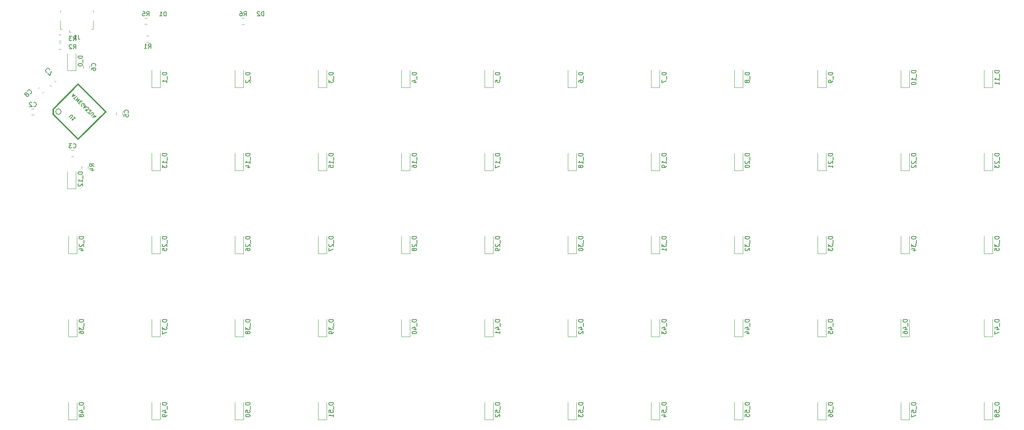
<source format=gbr>
G04 #@! TF.GenerationSoftware,KiCad,Pcbnew,(6.0.4)*
G04 #@! TF.CreationDate,2023-01-11T07:52:03+01:00*
G04 #@! TF.ProjectId,keyboard,6b657962-6f61-4726-942e-6b696361645f,rev?*
G04 #@! TF.SameCoordinates,Original*
G04 #@! TF.FileFunction,Legend,Bot*
G04 #@! TF.FilePolarity,Positive*
%FSLAX46Y46*%
G04 Gerber Fmt 4.6, Leading zero omitted, Abs format (unit mm)*
G04 Created by KiCad (PCBNEW (6.0.4)) date 2023-01-11 07:52:03*
%MOMM*%
%LPD*%
G01*
G04 APERTURE LIST*
%ADD10C,0.150000*%
%ADD11C,0.120000*%
%ADD12C,0.300000*%
%ADD13C,0.203200*%
G04 APERTURE END LIST*
D10*
X87158096Y-67322381D02*
X87158096Y-66322381D01*
X86920001Y-66322381D01*
X86777143Y-66370001D01*
X86681905Y-66465239D01*
X86634286Y-66560477D01*
X86586667Y-66750953D01*
X86586667Y-66893810D01*
X86634286Y-67084286D01*
X86681905Y-67179524D01*
X86777143Y-67274762D01*
X86920001Y-67322381D01*
X87158096Y-67322381D01*
X85634286Y-67322381D02*
X86205715Y-67322381D01*
X85920001Y-67322381D02*
X85920001Y-66322381D01*
X86015239Y-66465239D01*
X86110477Y-66560477D01*
X86205715Y-66608096D01*
X109488095Y-67302380D02*
X109488095Y-66302380D01*
X109250000Y-66302380D01*
X109107142Y-66350000D01*
X109011904Y-66445238D01*
X108964285Y-66540476D01*
X108916666Y-66730952D01*
X108916666Y-66873809D01*
X108964285Y-67064285D01*
X109011904Y-67159523D01*
X109107142Y-67254761D01*
X109250000Y-67302380D01*
X109488095Y-67302380D01*
X108535714Y-66397619D02*
X108488095Y-66350000D01*
X108392857Y-66302380D01*
X108154761Y-66302380D01*
X108059523Y-66350000D01*
X108011904Y-66397619D01*
X107964285Y-66492857D01*
X107964285Y-66588095D01*
X108011904Y-66730952D01*
X108583333Y-67302380D01*
X107964285Y-67302380D01*
X56766666Y-88007142D02*
X56814285Y-88054761D01*
X56957142Y-88102380D01*
X57052380Y-88102380D01*
X57195238Y-88054761D01*
X57290476Y-87959523D01*
X57338095Y-87864285D01*
X57385714Y-87673809D01*
X57385714Y-87530952D01*
X57338095Y-87340476D01*
X57290476Y-87245238D01*
X57195238Y-87150000D01*
X57052380Y-87102380D01*
X56957142Y-87102380D01*
X56814285Y-87150000D01*
X56766666Y-87197619D01*
X56385714Y-87197619D02*
X56338095Y-87150000D01*
X56242857Y-87102380D01*
X56004761Y-87102380D01*
X55909523Y-87150000D01*
X55861904Y-87197619D01*
X55814285Y-87292857D01*
X55814285Y-87388095D01*
X55861904Y-87530952D01*
X56433333Y-88102380D01*
X55814285Y-88102380D01*
X65866666Y-97507142D02*
X65914285Y-97554761D01*
X66057142Y-97602380D01*
X66152380Y-97602380D01*
X66295238Y-97554761D01*
X66390476Y-97459523D01*
X66438095Y-97364285D01*
X66485714Y-97173809D01*
X66485714Y-97030952D01*
X66438095Y-96840476D01*
X66390476Y-96745238D01*
X66295238Y-96650000D01*
X66152380Y-96602380D01*
X66057142Y-96602380D01*
X65914285Y-96650000D01*
X65866666Y-96697619D01*
X65533333Y-96602380D02*
X64914285Y-96602380D01*
X65247619Y-96983333D01*
X65104761Y-96983333D01*
X65009523Y-97030952D01*
X64961904Y-97078571D01*
X64914285Y-97173809D01*
X64914285Y-97411904D01*
X64961904Y-97507142D01*
X65009523Y-97554761D01*
X65104761Y-97602380D01*
X65390476Y-97602380D01*
X65485714Y-97554761D01*
X65533333Y-97507142D01*
X78407142Y-89533333D02*
X78454761Y-89485714D01*
X78502380Y-89342857D01*
X78502380Y-89247619D01*
X78454761Y-89104761D01*
X78359523Y-89009523D01*
X78264285Y-88961904D01*
X78073809Y-88914285D01*
X77930952Y-88914285D01*
X77740476Y-88961904D01*
X77645238Y-89009523D01*
X77550000Y-89104761D01*
X77502380Y-89247619D01*
X77502380Y-89342857D01*
X77550000Y-89485714D01*
X77597619Y-89533333D01*
X77502380Y-90438095D02*
X77502380Y-89961904D01*
X77978571Y-89914285D01*
X77930952Y-89961904D01*
X77883333Y-90057142D01*
X77883333Y-90295238D01*
X77930952Y-90390476D01*
X77978571Y-90438095D01*
X78073809Y-90485714D01*
X78311904Y-90485714D01*
X78407142Y-90438095D01*
X78454761Y-90390476D01*
X78502380Y-90295238D01*
X78502380Y-90057142D01*
X78454761Y-89961904D01*
X78407142Y-89914285D01*
X70907142Y-78833333D02*
X70954761Y-78785714D01*
X71002380Y-78642857D01*
X71002380Y-78547619D01*
X70954761Y-78404761D01*
X70859523Y-78309523D01*
X70764285Y-78261904D01*
X70573809Y-78214285D01*
X70430952Y-78214285D01*
X70240476Y-78261904D01*
X70145238Y-78309523D01*
X70050000Y-78404761D01*
X70002380Y-78547619D01*
X70002380Y-78642857D01*
X70050000Y-78785714D01*
X70097619Y-78833333D01*
X70002380Y-79690476D02*
X70002380Y-79500000D01*
X70050000Y-79404761D01*
X70097619Y-79357142D01*
X70240476Y-79261904D01*
X70430952Y-79214285D01*
X70811904Y-79214285D01*
X70907142Y-79261904D01*
X70954761Y-79309523D01*
X71002380Y-79404761D01*
X71002380Y-79595238D01*
X70954761Y-79690476D01*
X70907142Y-79738095D01*
X70811904Y-79785714D01*
X70573809Y-79785714D01*
X70478571Y-79738095D01*
X70430952Y-79690476D01*
X70383333Y-79595238D01*
X70383333Y-79404761D01*
X70430952Y-79309523D01*
X70478571Y-79261904D01*
X70573809Y-79214285D01*
X60434687Y-79629610D02*
X60434687Y-79562267D01*
X60367343Y-79427580D01*
X60300000Y-79360236D01*
X60165312Y-79292893D01*
X60030625Y-79292893D01*
X59929610Y-79326564D01*
X59761251Y-79427580D01*
X59660236Y-79528595D01*
X59559221Y-79696954D01*
X59525549Y-79797969D01*
X59525549Y-79932656D01*
X59592893Y-80067343D01*
X59660236Y-80134687D01*
X59794923Y-80202030D01*
X59862267Y-80202030D01*
X60030625Y-80505076D02*
X60502030Y-80976480D01*
X60906091Y-79966328D01*
X55970389Y-85134687D02*
X56037732Y-85134687D01*
X56172419Y-85067343D01*
X56239763Y-85000000D01*
X56307106Y-84865312D01*
X56307106Y-84730625D01*
X56273435Y-84629610D01*
X56172419Y-84461251D01*
X56071404Y-84360236D01*
X55903045Y-84259221D01*
X55802030Y-84225549D01*
X55667343Y-84225549D01*
X55532656Y-84292893D01*
X55465312Y-84360236D01*
X55397969Y-84494923D01*
X55397969Y-84562267D01*
X55229610Y-85202030D02*
X55263282Y-85101015D01*
X55263282Y-85033671D01*
X55229610Y-84932656D01*
X55195938Y-84898984D01*
X55094923Y-84865312D01*
X55027580Y-84865312D01*
X54926564Y-84898984D01*
X54791877Y-85033671D01*
X54758206Y-85134687D01*
X54758206Y-85202030D01*
X54791877Y-85303045D01*
X54825549Y-85336717D01*
X54926564Y-85370389D01*
X54993908Y-85370389D01*
X55094923Y-85336717D01*
X55229610Y-85202030D01*
X55330625Y-85168358D01*
X55397969Y-85168358D01*
X55498984Y-85202030D01*
X55633671Y-85336717D01*
X55667343Y-85437732D01*
X55667343Y-85505076D01*
X55633671Y-85606091D01*
X55498984Y-85740778D01*
X55397969Y-85774450D01*
X55330625Y-85774450D01*
X55229610Y-85740778D01*
X55094923Y-85606091D01*
X55061251Y-85505076D01*
X55061251Y-85437732D01*
X55094923Y-85336717D01*
X67033333Y-71652380D02*
X67033333Y-72366666D01*
X67080952Y-72509523D01*
X67176190Y-72604761D01*
X67319047Y-72652380D01*
X67414285Y-72652380D01*
X66033333Y-72652380D02*
X66604761Y-72652380D01*
X66319047Y-72652380D02*
X66319047Y-71652380D01*
X66414285Y-71795238D01*
X66509523Y-71890476D01*
X66604761Y-71938095D01*
X83041666Y-74702380D02*
X83375000Y-74226190D01*
X83613095Y-74702380D02*
X83613095Y-73702380D01*
X83232142Y-73702380D01*
X83136904Y-73750000D01*
X83089285Y-73797619D01*
X83041666Y-73892857D01*
X83041666Y-74035714D01*
X83089285Y-74130952D01*
X83136904Y-74178571D01*
X83232142Y-74226190D01*
X83613095Y-74226190D01*
X82089285Y-74702380D02*
X82660714Y-74702380D01*
X82375000Y-74702380D02*
X82375000Y-73702380D01*
X82470238Y-73845238D01*
X82565476Y-73940476D01*
X82660714Y-73988095D01*
X65866666Y-74852380D02*
X66200000Y-74376190D01*
X66438095Y-74852380D02*
X66438095Y-73852380D01*
X66057142Y-73852380D01*
X65961904Y-73900000D01*
X65914285Y-73947619D01*
X65866666Y-74042857D01*
X65866666Y-74185714D01*
X65914285Y-74280952D01*
X65961904Y-74328571D01*
X66057142Y-74376190D01*
X66438095Y-74376190D01*
X65485714Y-73947619D02*
X65438095Y-73900000D01*
X65342857Y-73852380D01*
X65104761Y-73852380D01*
X65009523Y-73900000D01*
X64961904Y-73947619D01*
X64914285Y-74042857D01*
X64914285Y-74138095D01*
X64961904Y-74280952D01*
X65533333Y-74852380D01*
X64914285Y-74852380D01*
X65866666Y-72952380D02*
X66200000Y-72476190D01*
X66438095Y-72952380D02*
X66438095Y-71952380D01*
X66057142Y-71952380D01*
X65961904Y-72000000D01*
X65914285Y-72047619D01*
X65866666Y-72142857D01*
X65866666Y-72285714D01*
X65914285Y-72380952D01*
X65961904Y-72428571D01*
X66057142Y-72476190D01*
X66438095Y-72476190D01*
X65533333Y-71952380D02*
X64914285Y-71952380D01*
X65247619Y-72333333D01*
X65104761Y-72333333D01*
X65009523Y-72380952D01*
X64961904Y-72428571D01*
X64914285Y-72523809D01*
X64914285Y-72761904D01*
X64961904Y-72857142D01*
X65009523Y-72904761D01*
X65104761Y-72952380D01*
X65390476Y-72952380D01*
X65485714Y-72904761D01*
X65533333Y-72857142D01*
X70602380Y-101833333D02*
X70126190Y-101500000D01*
X70602380Y-101261904D02*
X69602380Y-101261904D01*
X69602380Y-101642857D01*
X69650000Y-101738095D01*
X69697619Y-101785714D01*
X69792857Y-101833333D01*
X69935714Y-101833333D01*
X70030952Y-101785714D01*
X70078571Y-101738095D01*
X70126190Y-101642857D01*
X70126190Y-101261904D01*
X69935714Y-102690476D02*
X70602380Y-102690476D01*
X69554761Y-102452380D02*
X70269047Y-102214285D01*
X70269047Y-102833333D01*
X64912183Y-90525819D02*
X65370119Y-90067883D01*
X65450931Y-90040946D01*
X65504806Y-90040946D01*
X65585618Y-90067883D01*
X65693368Y-90175633D01*
X65720305Y-90256445D01*
X65720305Y-90310320D01*
X65693368Y-90391132D01*
X65235432Y-90849068D01*
X66366803Y-90849068D02*
X66043554Y-90525819D01*
X66205178Y-90687444D02*
X65639493Y-91253129D01*
X65666430Y-91118442D01*
X65666430Y-91010692D01*
X65639493Y-90929880D01*
X65882265Y-85299627D02*
X66151639Y-85569001D01*
X65990015Y-85084128D02*
X65612891Y-85838376D01*
X66367139Y-85461252D01*
X65909203Y-86134687D02*
X66232452Y-86457936D01*
X66636513Y-85730626D02*
X66070827Y-86296311D01*
X66986699Y-86080812D02*
X66421013Y-86646498D01*
X67013636Y-86430998D01*
X66798137Y-87023621D01*
X67363822Y-86457936D01*
X67336885Y-87023621D02*
X67525447Y-87212183D01*
X67902570Y-86996684D02*
X67633196Y-86727310D01*
X67067511Y-87292995D01*
X67336885Y-87562369D01*
X67902570Y-88074180D02*
X67821758Y-88047242D01*
X67740946Y-87966430D01*
X67687071Y-87858681D01*
X67687071Y-87750931D01*
X67714009Y-87670119D01*
X67794821Y-87535432D01*
X67875633Y-87454620D01*
X68010320Y-87373807D01*
X68091132Y-87346870D01*
X68198882Y-87346870D01*
X68306631Y-87400745D01*
X68360506Y-87454620D01*
X68414381Y-87562369D01*
X68414381Y-87616244D01*
X68225819Y-87804806D01*
X68118070Y-87697056D01*
X68522131Y-87939493D02*
X68791505Y-88208867D01*
X68629880Y-87723994D02*
X68252757Y-88478241D01*
X69007004Y-88101117D01*
X68576005Y-88801490D02*
X68926192Y-89151676D01*
X68953129Y-88747615D01*
X69033941Y-88828427D01*
X69114753Y-88855364D01*
X69168628Y-88855364D01*
X69249440Y-88828427D01*
X69384127Y-88693740D01*
X69411065Y-88612928D01*
X69411065Y-88559053D01*
X69384127Y-88478241D01*
X69222503Y-88316616D01*
X69141691Y-88289679D01*
X69087816Y-88289679D01*
X69195566Y-89313300D02*
X69195566Y-89367175D01*
X69222503Y-89447987D01*
X69357190Y-89582674D01*
X69438002Y-89609612D01*
X69491877Y-89609612D01*
X69572689Y-89582674D01*
X69626564Y-89528799D01*
X69680439Y-89421050D01*
X69680439Y-88774552D01*
X70030625Y-89124738D01*
X69707376Y-89932860D02*
X70165312Y-89474925D01*
X70246124Y-89447987D01*
X70299999Y-89447987D01*
X70380811Y-89474925D01*
X70488561Y-89582674D01*
X70515498Y-89663486D01*
X70515498Y-89717361D01*
X70488561Y-89798173D01*
X70030625Y-90256109D01*
X70730998Y-90579358D02*
X71108121Y-90202234D01*
X70380811Y-90660170D02*
X70650185Y-90121422D01*
X71000372Y-90471609D01*
X82666666Y-67277381D02*
X83000000Y-66801191D01*
X83238095Y-67277381D02*
X83238095Y-66277381D01*
X82857142Y-66277381D01*
X82761904Y-66325001D01*
X82714285Y-66372620D01*
X82666666Y-66467858D01*
X82666666Y-66610715D01*
X82714285Y-66705953D01*
X82761904Y-66753572D01*
X82857142Y-66801191D01*
X83238095Y-66801191D01*
X81761904Y-66277381D02*
X82238095Y-66277381D01*
X82285714Y-66753572D01*
X82238095Y-66705953D01*
X82142857Y-66658334D01*
X81904761Y-66658334D01*
X81809523Y-66705953D01*
X81761904Y-66753572D01*
X81714285Y-66848810D01*
X81714285Y-67086905D01*
X81761904Y-67182143D01*
X81809523Y-67229762D01*
X81904761Y-67277381D01*
X82142857Y-67277381D01*
X82238095Y-67229762D01*
X82285714Y-67182143D01*
X104916666Y-67302380D02*
X105250000Y-66826190D01*
X105488095Y-67302380D02*
X105488095Y-66302380D01*
X105107142Y-66302380D01*
X105011904Y-66350000D01*
X104964285Y-66397619D01*
X104916666Y-66492857D01*
X104916666Y-66635714D01*
X104964285Y-66730952D01*
X105011904Y-66778571D01*
X105107142Y-66826190D01*
X105488095Y-66826190D01*
X104059523Y-66302380D02*
X104250000Y-66302380D01*
X104345238Y-66350000D01*
X104392857Y-66397619D01*
X104488095Y-66540476D01*
X104535714Y-66730952D01*
X104535714Y-67111904D01*
X104488095Y-67207142D01*
X104440476Y-67254761D01*
X104345238Y-67302380D01*
X104154761Y-67302380D01*
X104059523Y-67254761D01*
X104011904Y-67207142D01*
X103964285Y-67111904D01*
X103964285Y-66873809D01*
X104011904Y-66778571D01*
X104059523Y-66730952D01*
X104154761Y-66683333D01*
X104345238Y-66683333D01*
X104440476Y-66730952D01*
X104488095Y-66778571D01*
X104535714Y-66873809D01*
X220602380Y-98879761D02*
X219602380Y-98879761D01*
X219602380Y-99117857D01*
X219650000Y-99260714D01*
X219745238Y-99355952D01*
X219840476Y-99403571D01*
X220030952Y-99451190D01*
X220173809Y-99451190D01*
X220364285Y-99403571D01*
X220459523Y-99355952D01*
X220554761Y-99260714D01*
X220602380Y-99117857D01*
X220602380Y-98879761D01*
X220697619Y-99641666D02*
X220697619Y-100403571D01*
X219697619Y-100594047D02*
X219650000Y-100641666D01*
X219602380Y-100736904D01*
X219602380Y-100975000D01*
X219650000Y-101070238D01*
X219697619Y-101117857D01*
X219792857Y-101165476D01*
X219888095Y-101165476D01*
X220030952Y-101117857D01*
X220602380Y-100546428D01*
X220602380Y-101165476D01*
X219602380Y-101784523D02*
X219602380Y-101879761D01*
X219650000Y-101975000D01*
X219697619Y-102022619D01*
X219792857Y-102070238D01*
X219983333Y-102117857D01*
X220221428Y-102117857D01*
X220411904Y-102070238D01*
X220507142Y-102022619D01*
X220554761Y-101975000D01*
X220602380Y-101879761D01*
X220602380Y-101784523D01*
X220554761Y-101689285D01*
X220507142Y-101641666D01*
X220411904Y-101594047D01*
X220221428Y-101546428D01*
X219983333Y-101546428D01*
X219792857Y-101594047D01*
X219697619Y-101641666D01*
X219650000Y-101689285D01*
X219602380Y-101784523D01*
X163452380Y-117929761D02*
X162452380Y-117929761D01*
X162452380Y-118167857D01*
X162500000Y-118310714D01*
X162595238Y-118405952D01*
X162690476Y-118453571D01*
X162880952Y-118501190D01*
X163023809Y-118501190D01*
X163214285Y-118453571D01*
X163309523Y-118405952D01*
X163404761Y-118310714D01*
X163452380Y-118167857D01*
X163452380Y-117929761D01*
X163547619Y-118691666D02*
X163547619Y-119453571D01*
X162547619Y-119644047D02*
X162500000Y-119691666D01*
X162452380Y-119786904D01*
X162452380Y-120025000D01*
X162500000Y-120120238D01*
X162547619Y-120167857D01*
X162642857Y-120215476D01*
X162738095Y-120215476D01*
X162880952Y-120167857D01*
X163452380Y-119596428D01*
X163452380Y-120215476D01*
X163452380Y-120691666D02*
X163452380Y-120882142D01*
X163404761Y-120977380D01*
X163357142Y-121025000D01*
X163214285Y-121120238D01*
X163023809Y-121167857D01*
X162642857Y-121167857D01*
X162547619Y-121120238D01*
X162500000Y-121072619D01*
X162452380Y-120977380D01*
X162452380Y-120786904D01*
X162500000Y-120691666D01*
X162547619Y-120644047D01*
X162642857Y-120596428D01*
X162880952Y-120596428D01*
X162976190Y-120644047D01*
X163023809Y-120691666D01*
X163071428Y-120786904D01*
X163071428Y-120977380D01*
X163023809Y-121072619D01*
X162976190Y-121120238D01*
X162880952Y-121167857D01*
X182502380Y-80305952D02*
X181502380Y-80305952D01*
X181502380Y-80544047D01*
X181550000Y-80686904D01*
X181645238Y-80782142D01*
X181740476Y-80829761D01*
X181930952Y-80877380D01*
X182073809Y-80877380D01*
X182264285Y-80829761D01*
X182359523Y-80782142D01*
X182454761Y-80686904D01*
X182502380Y-80544047D01*
X182502380Y-80305952D01*
X182597619Y-81067857D02*
X182597619Y-81829761D01*
X181502380Y-82496428D02*
X181502380Y-82305952D01*
X181550000Y-82210714D01*
X181597619Y-82163095D01*
X181740476Y-82067857D01*
X181930952Y-82020238D01*
X182311904Y-82020238D01*
X182407142Y-82067857D01*
X182454761Y-82115476D01*
X182502380Y-82210714D01*
X182502380Y-82401190D01*
X182454761Y-82496428D01*
X182407142Y-82544047D01*
X182311904Y-82591666D01*
X182073809Y-82591666D01*
X181978571Y-82544047D01*
X181930952Y-82496428D01*
X181883333Y-82401190D01*
X181883333Y-82210714D01*
X181930952Y-82115476D01*
X181978571Y-82067857D01*
X182073809Y-82020238D01*
X106302380Y-136979761D02*
X105302380Y-136979761D01*
X105302380Y-137217857D01*
X105350000Y-137360714D01*
X105445238Y-137455952D01*
X105540476Y-137503571D01*
X105730952Y-137551190D01*
X105873809Y-137551190D01*
X106064285Y-137503571D01*
X106159523Y-137455952D01*
X106254761Y-137360714D01*
X106302380Y-137217857D01*
X106302380Y-136979761D01*
X106397619Y-137741666D02*
X106397619Y-138503571D01*
X105302380Y-138646428D02*
X105302380Y-139265476D01*
X105683333Y-138932142D01*
X105683333Y-139075000D01*
X105730952Y-139170238D01*
X105778571Y-139217857D01*
X105873809Y-139265476D01*
X106111904Y-139265476D01*
X106207142Y-139217857D01*
X106254761Y-139170238D01*
X106302380Y-139075000D01*
X106302380Y-138789285D01*
X106254761Y-138694047D01*
X106207142Y-138646428D01*
X105730952Y-139836904D02*
X105683333Y-139741666D01*
X105635714Y-139694047D01*
X105540476Y-139646428D01*
X105492857Y-139646428D01*
X105397619Y-139694047D01*
X105350000Y-139741666D01*
X105302380Y-139836904D01*
X105302380Y-140027380D01*
X105350000Y-140122619D01*
X105397619Y-140170238D01*
X105492857Y-140217857D01*
X105540476Y-140217857D01*
X105635714Y-140170238D01*
X105683333Y-140122619D01*
X105730952Y-140027380D01*
X105730952Y-139836904D01*
X105778571Y-139741666D01*
X105826190Y-139694047D01*
X105921428Y-139646428D01*
X106111904Y-139646428D01*
X106207142Y-139694047D01*
X106254761Y-139741666D01*
X106302380Y-139836904D01*
X106302380Y-140027380D01*
X106254761Y-140122619D01*
X106207142Y-140170238D01*
X106111904Y-140217857D01*
X105921428Y-140217857D01*
X105826190Y-140170238D01*
X105778571Y-140122619D01*
X105730952Y-140027380D01*
X239652380Y-98879761D02*
X238652380Y-98879761D01*
X238652380Y-99117857D01*
X238700000Y-99260714D01*
X238795238Y-99355952D01*
X238890476Y-99403571D01*
X239080952Y-99451190D01*
X239223809Y-99451190D01*
X239414285Y-99403571D01*
X239509523Y-99355952D01*
X239604761Y-99260714D01*
X239652380Y-99117857D01*
X239652380Y-98879761D01*
X239747619Y-99641666D02*
X239747619Y-100403571D01*
X238747619Y-100594047D02*
X238700000Y-100641666D01*
X238652380Y-100736904D01*
X238652380Y-100975000D01*
X238700000Y-101070238D01*
X238747619Y-101117857D01*
X238842857Y-101165476D01*
X238938095Y-101165476D01*
X239080952Y-101117857D01*
X239652380Y-100546428D01*
X239652380Y-101165476D01*
X239652380Y-102117857D02*
X239652380Y-101546428D01*
X239652380Y-101832142D02*
X238652380Y-101832142D01*
X238795238Y-101736904D01*
X238890476Y-101641666D01*
X238938095Y-101546428D01*
X277752380Y-117929761D02*
X276752380Y-117929761D01*
X276752380Y-118167857D01*
X276800000Y-118310714D01*
X276895238Y-118405952D01*
X276990476Y-118453571D01*
X277180952Y-118501190D01*
X277323809Y-118501190D01*
X277514285Y-118453571D01*
X277609523Y-118405952D01*
X277704761Y-118310714D01*
X277752380Y-118167857D01*
X277752380Y-117929761D01*
X277847619Y-118691666D02*
X277847619Y-119453571D01*
X276752380Y-119596428D02*
X276752380Y-120215476D01*
X277133333Y-119882142D01*
X277133333Y-120025000D01*
X277180952Y-120120238D01*
X277228571Y-120167857D01*
X277323809Y-120215476D01*
X277561904Y-120215476D01*
X277657142Y-120167857D01*
X277704761Y-120120238D01*
X277752380Y-120025000D01*
X277752380Y-119739285D01*
X277704761Y-119644047D01*
X277657142Y-119596428D01*
X276752380Y-121120238D02*
X276752380Y-120644047D01*
X277228571Y-120596428D01*
X277180952Y-120644047D01*
X277133333Y-120739285D01*
X277133333Y-120977380D01*
X277180952Y-121072619D01*
X277228571Y-121120238D01*
X277323809Y-121167857D01*
X277561904Y-121167857D01*
X277657142Y-121120238D01*
X277704761Y-121072619D01*
X277752380Y-120977380D01*
X277752380Y-120739285D01*
X277704761Y-120644047D01*
X277657142Y-120596428D01*
X144402380Y-136979761D02*
X143402380Y-136979761D01*
X143402380Y-137217857D01*
X143450000Y-137360714D01*
X143545238Y-137455952D01*
X143640476Y-137503571D01*
X143830952Y-137551190D01*
X143973809Y-137551190D01*
X144164285Y-137503571D01*
X144259523Y-137455952D01*
X144354761Y-137360714D01*
X144402380Y-137217857D01*
X144402380Y-136979761D01*
X144497619Y-137741666D02*
X144497619Y-138503571D01*
X143735714Y-139170238D02*
X144402380Y-139170238D01*
X143354761Y-138932142D02*
X144069047Y-138694047D01*
X144069047Y-139313095D01*
X143402380Y-139884523D02*
X143402380Y-139979761D01*
X143450000Y-140075000D01*
X143497619Y-140122619D01*
X143592857Y-140170238D01*
X143783333Y-140217857D01*
X144021428Y-140217857D01*
X144211904Y-140170238D01*
X144307142Y-140122619D01*
X144354761Y-140075000D01*
X144402380Y-139979761D01*
X144402380Y-139884523D01*
X144354761Y-139789285D01*
X144307142Y-139741666D01*
X144211904Y-139694047D01*
X144021428Y-139646428D01*
X143783333Y-139646428D01*
X143592857Y-139694047D01*
X143497619Y-139741666D01*
X143450000Y-139789285D01*
X143402380Y-139884523D01*
X239652380Y-136979761D02*
X238652380Y-136979761D01*
X238652380Y-137217857D01*
X238700000Y-137360714D01*
X238795238Y-137455952D01*
X238890476Y-137503571D01*
X239080952Y-137551190D01*
X239223809Y-137551190D01*
X239414285Y-137503571D01*
X239509523Y-137455952D01*
X239604761Y-137360714D01*
X239652380Y-137217857D01*
X239652380Y-136979761D01*
X239747619Y-137741666D02*
X239747619Y-138503571D01*
X238985714Y-139170238D02*
X239652380Y-139170238D01*
X238604761Y-138932142D02*
X239319047Y-138694047D01*
X239319047Y-139313095D01*
X238652380Y-140170238D02*
X238652380Y-139694047D01*
X239128571Y-139646428D01*
X239080952Y-139694047D01*
X239033333Y-139789285D01*
X239033333Y-140027380D01*
X239080952Y-140122619D01*
X239128571Y-140170238D01*
X239223809Y-140217857D01*
X239461904Y-140217857D01*
X239557142Y-140170238D01*
X239604761Y-140122619D01*
X239652380Y-140027380D01*
X239652380Y-139789285D01*
X239604761Y-139694047D01*
X239557142Y-139646428D01*
X220602380Y-136979761D02*
X219602380Y-136979761D01*
X219602380Y-137217857D01*
X219650000Y-137360714D01*
X219745238Y-137455952D01*
X219840476Y-137503571D01*
X220030952Y-137551190D01*
X220173809Y-137551190D01*
X220364285Y-137503571D01*
X220459523Y-137455952D01*
X220554761Y-137360714D01*
X220602380Y-137217857D01*
X220602380Y-136979761D01*
X220697619Y-137741666D02*
X220697619Y-138503571D01*
X219935714Y-139170238D02*
X220602380Y-139170238D01*
X219554761Y-138932142D02*
X220269047Y-138694047D01*
X220269047Y-139313095D01*
X219935714Y-140122619D02*
X220602380Y-140122619D01*
X219554761Y-139884523D02*
X220269047Y-139646428D01*
X220269047Y-140265476D01*
X258702380Y-98879761D02*
X257702380Y-98879761D01*
X257702380Y-99117857D01*
X257750000Y-99260714D01*
X257845238Y-99355952D01*
X257940476Y-99403571D01*
X258130952Y-99451190D01*
X258273809Y-99451190D01*
X258464285Y-99403571D01*
X258559523Y-99355952D01*
X258654761Y-99260714D01*
X258702380Y-99117857D01*
X258702380Y-98879761D01*
X258797619Y-99641666D02*
X258797619Y-100403571D01*
X257797619Y-100594047D02*
X257750000Y-100641666D01*
X257702380Y-100736904D01*
X257702380Y-100975000D01*
X257750000Y-101070238D01*
X257797619Y-101117857D01*
X257892857Y-101165476D01*
X257988095Y-101165476D01*
X258130952Y-101117857D01*
X258702380Y-100546428D01*
X258702380Y-101165476D01*
X257797619Y-101546428D02*
X257750000Y-101594047D01*
X257702380Y-101689285D01*
X257702380Y-101927380D01*
X257750000Y-102022619D01*
X257797619Y-102070238D01*
X257892857Y-102117857D01*
X257988095Y-102117857D01*
X258130952Y-102070238D01*
X258702380Y-101498809D01*
X258702380Y-102117857D01*
X87252380Y-80305952D02*
X86252380Y-80305952D01*
X86252380Y-80544047D01*
X86300000Y-80686904D01*
X86395238Y-80782142D01*
X86490476Y-80829761D01*
X86680952Y-80877380D01*
X86823809Y-80877380D01*
X87014285Y-80829761D01*
X87109523Y-80782142D01*
X87204761Y-80686904D01*
X87252380Y-80544047D01*
X87252380Y-80305952D01*
X87347619Y-81067857D02*
X87347619Y-81829761D01*
X87252380Y-82591666D02*
X87252380Y-82020238D01*
X87252380Y-82305952D02*
X86252380Y-82305952D01*
X86395238Y-82210714D01*
X86490476Y-82115476D01*
X86538095Y-82020238D01*
X68202380Y-156029761D02*
X67202380Y-156029761D01*
X67202380Y-156267857D01*
X67250000Y-156410714D01*
X67345238Y-156505952D01*
X67440476Y-156553571D01*
X67630952Y-156601190D01*
X67773809Y-156601190D01*
X67964285Y-156553571D01*
X68059523Y-156505952D01*
X68154761Y-156410714D01*
X68202380Y-156267857D01*
X68202380Y-156029761D01*
X68297619Y-156791666D02*
X68297619Y-157553571D01*
X67535714Y-158220238D02*
X68202380Y-158220238D01*
X67154761Y-157982142D02*
X67869047Y-157744047D01*
X67869047Y-158363095D01*
X67630952Y-158886904D02*
X67583333Y-158791666D01*
X67535714Y-158744047D01*
X67440476Y-158696428D01*
X67392857Y-158696428D01*
X67297619Y-158744047D01*
X67250000Y-158791666D01*
X67202380Y-158886904D01*
X67202380Y-159077380D01*
X67250000Y-159172619D01*
X67297619Y-159220238D01*
X67392857Y-159267857D01*
X67440476Y-159267857D01*
X67535714Y-159220238D01*
X67583333Y-159172619D01*
X67630952Y-159077380D01*
X67630952Y-158886904D01*
X67678571Y-158791666D01*
X67726190Y-158744047D01*
X67821428Y-158696428D01*
X68011904Y-158696428D01*
X68107142Y-158744047D01*
X68154761Y-158791666D01*
X68202380Y-158886904D01*
X68202380Y-159077380D01*
X68154761Y-159172619D01*
X68107142Y-159220238D01*
X68011904Y-159267857D01*
X67821428Y-159267857D01*
X67726190Y-159220238D01*
X67678571Y-159172619D01*
X67630952Y-159077380D01*
X220602380Y-117929761D02*
X219602380Y-117929761D01*
X219602380Y-118167857D01*
X219650000Y-118310714D01*
X219745238Y-118405952D01*
X219840476Y-118453571D01*
X220030952Y-118501190D01*
X220173809Y-118501190D01*
X220364285Y-118453571D01*
X220459523Y-118405952D01*
X220554761Y-118310714D01*
X220602380Y-118167857D01*
X220602380Y-117929761D01*
X220697619Y-118691666D02*
X220697619Y-119453571D01*
X219602380Y-119596428D02*
X219602380Y-120215476D01*
X219983333Y-119882142D01*
X219983333Y-120025000D01*
X220030952Y-120120238D01*
X220078571Y-120167857D01*
X220173809Y-120215476D01*
X220411904Y-120215476D01*
X220507142Y-120167857D01*
X220554761Y-120120238D01*
X220602380Y-120025000D01*
X220602380Y-119739285D01*
X220554761Y-119644047D01*
X220507142Y-119596428D01*
X219697619Y-120596428D02*
X219650000Y-120644047D01*
X219602380Y-120739285D01*
X219602380Y-120977380D01*
X219650000Y-121072619D01*
X219697619Y-121120238D01*
X219792857Y-121167857D01*
X219888095Y-121167857D01*
X220030952Y-121120238D01*
X220602380Y-120548809D01*
X220602380Y-121167857D01*
X182502380Y-98879761D02*
X181502380Y-98879761D01*
X181502380Y-99117857D01*
X181550000Y-99260714D01*
X181645238Y-99355952D01*
X181740476Y-99403571D01*
X181930952Y-99451190D01*
X182073809Y-99451190D01*
X182264285Y-99403571D01*
X182359523Y-99355952D01*
X182454761Y-99260714D01*
X182502380Y-99117857D01*
X182502380Y-98879761D01*
X182597619Y-99641666D02*
X182597619Y-100403571D01*
X182502380Y-101165476D02*
X182502380Y-100594047D01*
X182502380Y-100879761D02*
X181502380Y-100879761D01*
X181645238Y-100784523D01*
X181740476Y-100689285D01*
X181788095Y-100594047D01*
X181930952Y-101736904D02*
X181883333Y-101641666D01*
X181835714Y-101594047D01*
X181740476Y-101546428D01*
X181692857Y-101546428D01*
X181597619Y-101594047D01*
X181550000Y-101641666D01*
X181502380Y-101736904D01*
X181502380Y-101927380D01*
X181550000Y-102022619D01*
X181597619Y-102070238D01*
X181692857Y-102117857D01*
X181740476Y-102117857D01*
X181835714Y-102070238D01*
X181883333Y-102022619D01*
X181930952Y-101927380D01*
X181930952Y-101736904D01*
X181978571Y-101641666D01*
X182026190Y-101594047D01*
X182121428Y-101546428D01*
X182311904Y-101546428D01*
X182407142Y-101594047D01*
X182454761Y-101641666D01*
X182502380Y-101736904D01*
X182502380Y-101927380D01*
X182454761Y-102022619D01*
X182407142Y-102070238D01*
X182311904Y-102117857D01*
X182121428Y-102117857D01*
X182026190Y-102070238D01*
X181978571Y-102022619D01*
X181930952Y-101927380D01*
X163452380Y-136979761D02*
X162452380Y-136979761D01*
X162452380Y-137217857D01*
X162500000Y-137360714D01*
X162595238Y-137455952D01*
X162690476Y-137503571D01*
X162880952Y-137551190D01*
X163023809Y-137551190D01*
X163214285Y-137503571D01*
X163309523Y-137455952D01*
X163404761Y-137360714D01*
X163452380Y-137217857D01*
X163452380Y-136979761D01*
X163547619Y-137741666D02*
X163547619Y-138503571D01*
X162785714Y-139170238D02*
X163452380Y-139170238D01*
X162404761Y-138932142D02*
X163119047Y-138694047D01*
X163119047Y-139313095D01*
X163452380Y-140217857D02*
X163452380Y-139646428D01*
X163452380Y-139932142D02*
X162452380Y-139932142D01*
X162595238Y-139836904D01*
X162690476Y-139741666D01*
X162738095Y-139646428D01*
X106302380Y-98879761D02*
X105302380Y-98879761D01*
X105302380Y-99117857D01*
X105350000Y-99260714D01*
X105445238Y-99355952D01*
X105540476Y-99403571D01*
X105730952Y-99451190D01*
X105873809Y-99451190D01*
X106064285Y-99403571D01*
X106159523Y-99355952D01*
X106254761Y-99260714D01*
X106302380Y-99117857D01*
X106302380Y-98879761D01*
X106397619Y-99641666D02*
X106397619Y-100403571D01*
X106302380Y-101165476D02*
X106302380Y-100594047D01*
X106302380Y-100879761D02*
X105302380Y-100879761D01*
X105445238Y-100784523D01*
X105540476Y-100689285D01*
X105588095Y-100594047D01*
X105635714Y-102022619D02*
X106302380Y-102022619D01*
X105254761Y-101784523D02*
X105969047Y-101546428D01*
X105969047Y-102165476D01*
X239652380Y-80305952D02*
X238652380Y-80305952D01*
X238652380Y-80544047D01*
X238700000Y-80686904D01*
X238795238Y-80782142D01*
X238890476Y-80829761D01*
X239080952Y-80877380D01*
X239223809Y-80877380D01*
X239414285Y-80829761D01*
X239509523Y-80782142D01*
X239604761Y-80686904D01*
X239652380Y-80544047D01*
X239652380Y-80305952D01*
X239747619Y-81067857D02*
X239747619Y-81829761D01*
X239652380Y-82115476D02*
X239652380Y-82305952D01*
X239604761Y-82401190D01*
X239557142Y-82448809D01*
X239414285Y-82544047D01*
X239223809Y-82591666D01*
X238842857Y-82591666D01*
X238747619Y-82544047D01*
X238700000Y-82496428D01*
X238652380Y-82401190D01*
X238652380Y-82210714D01*
X238700000Y-82115476D01*
X238747619Y-82067857D01*
X238842857Y-82020238D01*
X239080952Y-82020238D01*
X239176190Y-82067857D01*
X239223809Y-82115476D01*
X239271428Y-82210714D01*
X239271428Y-82401190D01*
X239223809Y-82496428D01*
X239176190Y-82544047D01*
X239080952Y-82591666D01*
X106302380Y-156029761D02*
X105302380Y-156029761D01*
X105302380Y-156267857D01*
X105350000Y-156410714D01*
X105445238Y-156505952D01*
X105540476Y-156553571D01*
X105730952Y-156601190D01*
X105873809Y-156601190D01*
X106064285Y-156553571D01*
X106159523Y-156505952D01*
X106254761Y-156410714D01*
X106302380Y-156267857D01*
X106302380Y-156029761D01*
X106397619Y-156791666D02*
X106397619Y-157553571D01*
X105302380Y-158267857D02*
X105302380Y-157791666D01*
X105778571Y-157744047D01*
X105730952Y-157791666D01*
X105683333Y-157886904D01*
X105683333Y-158125000D01*
X105730952Y-158220238D01*
X105778571Y-158267857D01*
X105873809Y-158315476D01*
X106111904Y-158315476D01*
X106207142Y-158267857D01*
X106254761Y-158220238D01*
X106302380Y-158125000D01*
X106302380Y-157886904D01*
X106254761Y-157791666D01*
X106207142Y-157744047D01*
X105302380Y-158934523D02*
X105302380Y-159029761D01*
X105350000Y-159125000D01*
X105397619Y-159172619D01*
X105492857Y-159220238D01*
X105683333Y-159267857D01*
X105921428Y-159267857D01*
X106111904Y-159220238D01*
X106207142Y-159172619D01*
X106254761Y-159125000D01*
X106302380Y-159029761D01*
X106302380Y-158934523D01*
X106254761Y-158839285D01*
X106207142Y-158791666D01*
X106111904Y-158744047D01*
X105921428Y-158696428D01*
X105683333Y-158696428D01*
X105492857Y-158744047D01*
X105397619Y-158791666D01*
X105350000Y-158839285D01*
X105302380Y-158934523D01*
X201552380Y-80305952D02*
X200552380Y-80305952D01*
X200552380Y-80544047D01*
X200600000Y-80686904D01*
X200695238Y-80782142D01*
X200790476Y-80829761D01*
X200980952Y-80877380D01*
X201123809Y-80877380D01*
X201314285Y-80829761D01*
X201409523Y-80782142D01*
X201504761Y-80686904D01*
X201552380Y-80544047D01*
X201552380Y-80305952D01*
X201647619Y-81067857D02*
X201647619Y-81829761D01*
X200552380Y-81972619D02*
X200552380Y-82639285D01*
X201552380Y-82210714D01*
X125352380Y-117929761D02*
X124352380Y-117929761D01*
X124352380Y-118167857D01*
X124400000Y-118310714D01*
X124495238Y-118405952D01*
X124590476Y-118453571D01*
X124780952Y-118501190D01*
X124923809Y-118501190D01*
X125114285Y-118453571D01*
X125209523Y-118405952D01*
X125304761Y-118310714D01*
X125352380Y-118167857D01*
X125352380Y-117929761D01*
X125447619Y-118691666D02*
X125447619Y-119453571D01*
X124447619Y-119644047D02*
X124400000Y-119691666D01*
X124352380Y-119786904D01*
X124352380Y-120025000D01*
X124400000Y-120120238D01*
X124447619Y-120167857D01*
X124542857Y-120215476D01*
X124638095Y-120215476D01*
X124780952Y-120167857D01*
X125352380Y-119596428D01*
X125352380Y-120215476D01*
X124352380Y-120548809D02*
X124352380Y-121215476D01*
X125352380Y-120786904D01*
X125352380Y-156029761D02*
X124352380Y-156029761D01*
X124352380Y-156267857D01*
X124400000Y-156410714D01*
X124495238Y-156505952D01*
X124590476Y-156553571D01*
X124780952Y-156601190D01*
X124923809Y-156601190D01*
X125114285Y-156553571D01*
X125209523Y-156505952D01*
X125304761Y-156410714D01*
X125352380Y-156267857D01*
X125352380Y-156029761D01*
X125447619Y-156791666D02*
X125447619Y-157553571D01*
X124352380Y-158267857D02*
X124352380Y-157791666D01*
X124828571Y-157744047D01*
X124780952Y-157791666D01*
X124733333Y-157886904D01*
X124733333Y-158125000D01*
X124780952Y-158220238D01*
X124828571Y-158267857D01*
X124923809Y-158315476D01*
X125161904Y-158315476D01*
X125257142Y-158267857D01*
X125304761Y-158220238D01*
X125352380Y-158125000D01*
X125352380Y-157886904D01*
X125304761Y-157791666D01*
X125257142Y-157744047D01*
X125352380Y-159267857D02*
X125352380Y-158696428D01*
X125352380Y-158982142D02*
X124352380Y-158982142D01*
X124495238Y-158886904D01*
X124590476Y-158791666D01*
X124638095Y-158696428D01*
X220602380Y-156029761D02*
X219602380Y-156029761D01*
X219602380Y-156267857D01*
X219650000Y-156410714D01*
X219745238Y-156505952D01*
X219840476Y-156553571D01*
X220030952Y-156601190D01*
X220173809Y-156601190D01*
X220364285Y-156553571D01*
X220459523Y-156505952D01*
X220554761Y-156410714D01*
X220602380Y-156267857D01*
X220602380Y-156029761D01*
X220697619Y-156791666D02*
X220697619Y-157553571D01*
X219602380Y-158267857D02*
X219602380Y-157791666D01*
X220078571Y-157744047D01*
X220030952Y-157791666D01*
X219983333Y-157886904D01*
X219983333Y-158125000D01*
X220030952Y-158220238D01*
X220078571Y-158267857D01*
X220173809Y-158315476D01*
X220411904Y-158315476D01*
X220507142Y-158267857D01*
X220554761Y-158220238D01*
X220602380Y-158125000D01*
X220602380Y-157886904D01*
X220554761Y-157791666D01*
X220507142Y-157744047D01*
X219602380Y-159220238D02*
X219602380Y-158744047D01*
X220078571Y-158696428D01*
X220030952Y-158744047D01*
X219983333Y-158839285D01*
X219983333Y-159077380D01*
X220030952Y-159172619D01*
X220078571Y-159220238D01*
X220173809Y-159267857D01*
X220411904Y-159267857D01*
X220507142Y-159220238D01*
X220554761Y-159172619D01*
X220602380Y-159077380D01*
X220602380Y-158839285D01*
X220554761Y-158744047D01*
X220507142Y-158696428D01*
X220602380Y-80305952D02*
X219602380Y-80305952D01*
X219602380Y-80544047D01*
X219650000Y-80686904D01*
X219745238Y-80782142D01*
X219840476Y-80829761D01*
X220030952Y-80877380D01*
X220173809Y-80877380D01*
X220364285Y-80829761D01*
X220459523Y-80782142D01*
X220554761Y-80686904D01*
X220602380Y-80544047D01*
X220602380Y-80305952D01*
X220697619Y-81067857D02*
X220697619Y-81829761D01*
X220030952Y-82210714D02*
X219983333Y-82115476D01*
X219935714Y-82067857D01*
X219840476Y-82020238D01*
X219792857Y-82020238D01*
X219697619Y-82067857D01*
X219650000Y-82115476D01*
X219602380Y-82210714D01*
X219602380Y-82401190D01*
X219650000Y-82496428D01*
X219697619Y-82544047D01*
X219792857Y-82591666D01*
X219840476Y-82591666D01*
X219935714Y-82544047D01*
X219983333Y-82496428D01*
X220030952Y-82401190D01*
X220030952Y-82210714D01*
X220078571Y-82115476D01*
X220126190Y-82067857D01*
X220221428Y-82020238D01*
X220411904Y-82020238D01*
X220507142Y-82067857D01*
X220554761Y-82115476D01*
X220602380Y-82210714D01*
X220602380Y-82401190D01*
X220554761Y-82496428D01*
X220507142Y-82544047D01*
X220411904Y-82591666D01*
X220221428Y-82591666D01*
X220126190Y-82544047D01*
X220078571Y-82496428D01*
X220030952Y-82401190D01*
X277752380Y-136979761D02*
X276752380Y-136979761D01*
X276752380Y-137217857D01*
X276800000Y-137360714D01*
X276895238Y-137455952D01*
X276990476Y-137503571D01*
X277180952Y-137551190D01*
X277323809Y-137551190D01*
X277514285Y-137503571D01*
X277609523Y-137455952D01*
X277704761Y-137360714D01*
X277752380Y-137217857D01*
X277752380Y-136979761D01*
X277847619Y-137741666D02*
X277847619Y-138503571D01*
X277085714Y-139170238D02*
X277752380Y-139170238D01*
X276704761Y-138932142D02*
X277419047Y-138694047D01*
X277419047Y-139313095D01*
X276752380Y-139598809D02*
X276752380Y-140265476D01*
X277752380Y-139836904D01*
X277752380Y-79829761D02*
X276752380Y-79829761D01*
X276752380Y-80067857D01*
X276800000Y-80210714D01*
X276895238Y-80305952D01*
X276990476Y-80353571D01*
X277180952Y-80401190D01*
X277323809Y-80401190D01*
X277514285Y-80353571D01*
X277609523Y-80305952D01*
X277704761Y-80210714D01*
X277752380Y-80067857D01*
X277752380Y-79829761D01*
X277847619Y-80591666D02*
X277847619Y-81353571D01*
X277752380Y-82115476D02*
X277752380Y-81544047D01*
X277752380Y-81829761D02*
X276752380Y-81829761D01*
X276895238Y-81734523D01*
X276990476Y-81639285D01*
X277038095Y-81544047D01*
X277752380Y-83067857D02*
X277752380Y-82496428D01*
X277752380Y-82782142D02*
X276752380Y-82782142D01*
X276895238Y-82686904D01*
X276990476Y-82591666D01*
X277038095Y-82496428D01*
X182502380Y-156029761D02*
X181502380Y-156029761D01*
X181502380Y-156267857D01*
X181550000Y-156410714D01*
X181645238Y-156505952D01*
X181740476Y-156553571D01*
X181930952Y-156601190D01*
X182073809Y-156601190D01*
X182264285Y-156553571D01*
X182359523Y-156505952D01*
X182454761Y-156410714D01*
X182502380Y-156267857D01*
X182502380Y-156029761D01*
X182597619Y-156791666D02*
X182597619Y-157553571D01*
X181502380Y-158267857D02*
X181502380Y-157791666D01*
X181978571Y-157744047D01*
X181930952Y-157791666D01*
X181883333Y-157886904D01*
X181883333Y-158125000D01*
X181930952Y-158220238D01*
X181978571Y-158267857D01*
X182073809Y-158315476D01*
X182311904Y-158315476D01*
X182407142Y-158267857D01*
X182454761Y-158220238D01*
X182502380Y-158125000D01*
X182502380Y-157886904D01*
X182454761Y-157791666D01*
X182407142Y-157744047D01*
X181502380Y-158648809D02*
X181502380Y-159267857D01*
X181883333Y-158934523D01*
X181883333Y-159077380D01*
X181930952Y-159172619D01*
X181978571Y-159220238D01*
X182073809Y-159267857D01*
X182311904Y-159267857D01*
X182407142Y-159220238D01*
X182454761Y-159172619D01*
X182502380Y-159077380D01*
X182502380Y-158791666D01*
X182454761Y-158696428D01*
X182407142Y-158648809D01*
X258702380Y-79829761D02*
X257702380Y-79829761D01*
X257702380Y-80067857D01*
X257750000Y-80210714D01*
X257845238Y-80305952D01*
X257940476Y-80353571D01*
X258130952Y-80401190D01*
X258273809Y-80401190D01*
X258464285Y-80353571D01*
X258559523Y-80305952D01*
X258654761Y-80210714D01*
X258702380Y-80067857D01*
X258702380Y-79829761D01*
X258797619Y-80591666D02*
X258797619Y-81353571D01*
X258702380Y-82115476D02*
X258702380Y-81544047D01*
X258702380Y-81829761D02*
X257702380Y-81829761D01*
X257845238Y-81734523D01*
X257940476Y-81639285D01*
X257988095Y-81544047D01*
X257702380Y-82734523D02*
X257702380Y-82829761D01*
X257750000Y-82925000D01*
X257797619Y-82972619D01*
X257892857Y-83020238D01*
X258083333Y-83067857D01*
X258321428Y-83067857D01*
X258511904Y-83020238D01*
X258607142Y-82972619D01*
X258654761Y-82925000D01*
X258702380Y-82829761D01*
X258702380Y-82734523D01*
X258654761Y-82639285D01*
X258607142Y-82591666D01*
X258511904Y-82544047D01*
X258321428Y-82496428D01*
X258083333Y-82496428D01*
X257892857Y-82544047D01*
X257797619Y-82591666D01*
X257750000Y-82639285D01*
X257702380Y-82734523D01*
X182502380Y-136979761D02*
X181502380Y-136979761D01*
X181502380Y-137217857D01*
X181550000Y-137360714D01*
X181645238Y-137455952D01*
X181740476Y-137503571D01*
X181930952Y-137551190D01*
X182073809Y-137551190D01*
X182264285Y-137503571D01*
X182359523Y-137455952D01*
X182454761Y-137360714D01*
X182502380Y-137217857D01*
X182502380Y-136979761D01*
X182597619Y-137741666D02*
X182597619Y-138503571D01*
X181835714Y-139170238D02*
X182502380Y-139170238D01*
X181454761Y-138932142D02*
X182169047Y-138694047D01*
X182169047Y-139313095D01*
X181597619Y-139646428D02*
X181550000Y-139694047D01*
X181502380Y-139789285D01*
X181502380Y-140027380D01*
X181550000Y-140122619D01*
X181597619Y-140170238D01*
X181692857Y-140217857D01*
X181788095Y-140217857D01*
X181930952Y-140170238D01*
X182502380Y-139598809D01*
X182502380Y-140217857D01*
X239652380Y-156029761D02*
X238652380Y-156029761D01*
X238652380Y-156267857D01*
X238700000Y-156410714D01*
X238795238Y-156505952D01*
X238890476Y-156553571D01*
X239080952Y-156601190D01*
X239223809Y-156601190D01*
X239414285Y-156553571D01*
X239509523Y-156505952D01*
X239604761Y-156410714D01*
X239652380Y-156267857D01*
X239652380Y-156029761D01*
X239747619Y-156791666D02*
X239747619Y-157553571D01*
X238652380Y-158267857D02*
X238652380Y-157791666D01*
X239128571Y-157744047D01*
X239080952Y-157791666D01*
X239033333Y-157886904D01*
X239033333Y-158125000D01*
X239080952Y-158220238D01*
X239128571Y-158267857D01*
X239223809Y-158315476D01*
X239461904Y-158315476D01*
X239557142Y-158267857D01*
X239604761Y-158220238D01*
X239652380Y-158125000D01*
X239652380Y-157886904D01*
X239604761Y-157791666D01*
X239557142Y-157744047D01*
X238652380Y-159172619D02*
X238652380Y-158982142D01*
X238700000Y-158886904D01*
X238747619Y-158839285D01*
X238890476Y-158744047D01*
X239080952Y-158696428D01*
X239461904Y-158696428D01*
X239557142Y-158744047D01*
X239604761Y-158791666D01*
X239652380Y-158886904D01*
X239652380Y-159077380D01*
X239604761Y-159172619D01*
X239557142Y-159220238D01*
X239461904Y-159267857D01*
X239223809Y-159267857D01*
X239128571Y-159220238D01*
X239080952Y-159172619D01*
X239033333Y-159077380D01*
X239033333Y-158886904D01*
X239080952Y-158791666D01*
X239128571Y-158744047D01*
X239223809Y-158696428D01*
X125352380Y-80305952D02*
X124352380Y-80305952D01*
X124352380Y-80544047D01*
X124400000Y-80686904D01*
X124495238Y-80782142D01*
X124590476Y-80829761D01*
X124780952Y-80877380D01*
X124923809Y-80877380D01*
X125114285Y-80829761D01*
X125209523Y-80782142D01*
X125304761Y-80686904D01*
X125352380Y-80544047D01*
X125352380Y-80305952D01*
X125447619Y-81067857D02*
X125447619Y-81829761D01*
X124352380Y-81972619D02*
X124352380Y-82591666D01*
X124733333Y-82258333D01*
X124733333Y-82401190D01*
X124780952Y-82496428D01*
X124828571Y-82544047D01*
X124923809Y-82591666D01*
X125161904Y-82591666D01*
X125257142Y-82544047D01*
X125304761Y-82496428D01*
X125352380Y-82401190D01*
X125352380Y-82115476D01*
X125304761Y-82020238D01*
X125257142Y-81972619D01*
X144402380Y-117929761D02*
X143402380Y-117929761D01*
X143402380Y-118167857D01*
X143450000Y-118310714D01*
X143545238Y-118405952D01*
X143640476Y-118453571D01*
X143830952Y-118501190D01*
X143973809Y-118501190D01*
X144164285Y-118453571D01*
X144259523Y-118405952D01*
X144354761Y-118310714D01*
X144402380Y-118167857D01*
X144402380Y-117929761D01*
X144497619Y-118691666D02*
X144497619Y-119453571D01*
X143497619Y-119644047D02*
X143450000Y-119691666D01*
X143402380Y-119786904D01*
X143402380Y-120025000D01*
X143450000Y-120120238D01*
X143497619Y-120167857D01*
X143592857Y-120215476D01*
X143688095Y-120215476D01*
X143830952Y-120167857D01*
X144402380Y-119596428D01*
X144402380Y-120215476D01*
X143830952Y-120786904D02*
X143783333Y-120691666D01*
X143735714Y-120644047D01*
X143640476Y-120596428D01*
X143592857Y-120596428D01*
X143497619Y-120644047D01*
X143450000Y-120691666D01*
X143402380Y-120786904D01*
X143402380Y-120977380D01*
X143450000Y-121072619D01*
X143497619Y-121120238D01*
X143592857Y-121167857D01*
X143640476Y-121167857D01*
X143735714Y-121120238D01*
X143783333Y-121072619D01*
X143830952Y-120977380D01*
X143830952Y-120786904D01*
X143878571Y-120691666D01*
X143926190Y-120644047D01*
X144021428Y-120596428D01*
X144211904Y-120596428D01*
X144307142Y-120644047D01*
X144354761Y-120691666D01*
X144402380Y-120786904D01*
X144402380Y-120977380D01*
X144354761Y-121072619D01*
X144307142Y-121120238D01*
X144211904Y-121167857D01*
X144021428Y-121167857D01*
X143926190Y-121120238D01*
X143878571Y-121072619D01*
X143830952Y-120977380D01*
X277752380Y-98879761D02*
X276752380Y-98879761D01*
X276752380Y-99117857D01*
X276800000Y-99260714D01*
X276895238Y-99355952D01*
X276990476Y-99403571D01*
X277180952Y-99451190D01*
X277323809Y-99451190D01*
X277514285Y-99403571D01*
X277609523Y-99355952D01*
X277704761Y-99260714D01*
X277752380Y-99117857D01*
X277752380Y-98879761D01*
X277847619Y-99641666D02*
X277847619Y-100403571D01*
X276847619Y-100594047D02*
X276800000Y-100641666D01*
X276752380Y-100736904D01*
X276752380Y-100975000D01*
X276800000Y-101070238D01*
X276847619Y-101117857D01*
X276942857Y-101165476D01*
X277038095Y-101165476D01*
X277180952Y-101117857D01*
X277752380Y-100546428D01*
X277752380Y-101165476D01*
X276752380Y-101498809D02*
X276752380Y-102117857D01*
X277133333Y-101784523D01*
X277133333Y-101927380D01*
X277180952Y-102022619D01*
X277228571Y-102070238D01*
X277323809Y-102117857D01*
X277561904Y-102117857D01*
X277657142Y-102070238D01*
X277704761Y-102022619D01*
X277752380Y-101927380D01*
X277752380Y-101641666D01*
X277704761Y-101546428D01*
X277657142Y-101498809D01*
X258702380Y-117929761D02*
X257702380Y-117929761D01*
X257702380Y-118167857D01*
X257750000Y-118310714D01*
X257845238Y-118405952D01*
X257940476Y-118453571D01*
X258130952Y-118501190D01*
X258273809Y-118501190D01*
X258464285Y-118453571D01*
X258559523Y-118405952D01*
X258654761Y-118310714D01*
X258702380Y-118167857D01*
X258702380Y-117929761D01*
X258797619Y-118691666D02*
X258797619Y-119453571D01*
X257702380Y-119596428D02*
X257702380Y-120215476D01*
X258083333Y-119882142D01*
X258083333Y-120025000D01*
X258130952Y-120120238D01*
X258178571Y-120167857D01*
X258273809Y-120215476D01*
X258511904Y-120215476D01*
X258607142Y-120167857D01*
X258654761Y-120120238D01*
X258702380Y-120025000D01*
X258702380Y-119739285D01*
X258654761Y-119644047D01*
X258607142Y-119596428D01*
X258035714Y-121072619D02*
X258702380Y-121072619D01*
X257654761Y-120834523D02*
X258369047Y-120596428D01*
X258369047Y-121215476D01*
X258702380Y-156029761D02*
X257702380Y-156029761D01*
X257702380Y-156267857D01*
X257750000Y-156410714D01*
X257845238Y-156505952D01*
X257940476Y-156553571D01*
X258130952Y-156601190D01*
X258273809Y-156601190D01*
X258464285Y-156553571D01*
X258559523Y-156505952D01*
X258654761Y-156410714D01*
X258702380Y-156267857D01*
X258702380Y-156029761D01*
X258797619Y-156791666D02*
X258797619Y-157553571D01*
X257702380Y-158267857D02*
X257702380Y-157791666D01*
X258178571Y-157744047D01*
X258130952Y-157791666D01*
X258083333Y-157886904D01*
X258083333Y-158125000D01*
X258130952Y-158220238D01*
X258178571Y-158267857D01*
X258273809Y-158315476D01*
X258511904Y-158315476D01*
X258607142Y-158267857D01*
X258654761Y-158220238D01*
X258702380Y-158125000D01*
X258702380Y-157886904D01*
X258654761Y-157791666D01*
X258607142Y-157744047D01*
X257702380Y-158648809D02*
X257702380Y-159315476D01*
X258702380Y-158886904D01*
X163452380Y-80305952D02*
X162452380Y-80305952D01*
X162452380Y-80544047D01*
X162500000Y-80686904D01*
X162595238Y-80782142D01*
X162690476Y-80829761D01*
X162880952Y-80877380D01*
X163023809Y-80877380D01*
X163214285Y-80829761D01*
X163309523Y-80782142D01*
X163404761Y-80686904D01*
X163452380Y-80544047D01*
X163452380Y-80305952D01*
X163547619Y-81067857D02*
X163547619Y-81829761D01*
X162452380Y-82544047D02*
X162452380Y-82067857D01*
X162928571Y-82020238D01*
X162880952Y-82067857D01*
X162833333Y-82163095D01*
X162833333Y-82401190D01*
X162880952Y-82496428D01*
X162928571Y-82544047D01*
X163023809Y-82591666D01*
X163261904Y-82591666D01*
X163357142Y-82544047D01*
X163404761Y-82496428D01*
X163452380Y-82401190D01*
X163452380Y-82163095D01*
X163404761Y-82067857D01*
X163357142Y-82020238D01*
X67952380Y-103104761D02*
X66952380Y-103104761D01*
X66952380Y-103342857D01*
X67000000Y-103485714D01*
X67095238Y-103580952D01*
X67190476Y-103628571D01*
X67380952Y-103676190D01*
X67523809Y-103676190D01*
X67714285Y-103628571D01*
X67809523Y-103580952D01*
X67904761Y-103485714D01*
X67952380Y-103342857D01*
X67952380Y-103104761D01*
X68047619Y-103866666D02*
X68047619Y-104628571D01*
X67952380Y-105390476D02*
X67952380Y-104819047D01*
X67952380Y-105104761D02*
X66952380Y-105104761D01*
X67095238Y-105009523D01*
X67190476Y-104914285D01*
X67238095Y-104819047D01*
X67047619Y-105771428D02*
X67000000Y-105819047D01*
X66952380Y-105914285D01*
X66952380Y-106152380D01*
X67000000Y-106247619D01*
X67047619Y-106295238D01*
X67142857Y-106342857D01*
X67238095Y-106342857D01*
X67380952Y-106295238D01*
X67952380Y-105723809D01*
X67952380Y-106342857D01*
X256752380Y-136979761D02*
X255752380Y-136979761D01*
X255752380Y-137217857D01*
X255800000Y-137360714D01*
X255895238Y-137455952D01*
X255990476Y-137503571D01*
X256180952Y-137551190D01*
X256323809Y-137551190D01*
X256514285Y-137503571D01*
X256609523Y-137455952D01*
X256704761Y-137360714D01*
X256752380Y-137217857D01*
X256752380Y-136979761D01*
X256847619Y-137741666D02*
X256847619Y-138503571D01*
X256085714Y-139170238D02*
X256752380Y-139170238D01*
X255704761Y-138932142D02*
X256419047Y-138694047D01*
X256419047Y-139313095D01*
X255752380Y-140122619D02*
X255752380Y-139932142D01*
X255800000Y-139836904D01*
X255847619Y-139789285D01*
X255990476Y-139694047D01*
X256180952Y-139646428D01*
X256561904Y-139646428D01*
X256657142Y-139694047D01*
X256704761Y-139741666D01*
X256752380Y-139836904D01*
X256752380Y-140027380D01*
X256704761Y-140122619D01*
X256657142Y-140170238D01*
X256561904Y-140217857D01*
X256323809Y-140217857D01*
X256228571Y-140170238D01*
X256180952Y-140122619D01*
X256133333Y-140027380D01*
X256133333Y-139836904D01*
X256180952Y-139741666D01*
X256228571Y-139694047D01*
X256323809Y-139646428D01*
X239652380Y-117929761D02*
X238652380Y-117929761D01*
X238652380Y-118167857D01*
X238700000Y-118310714D01*
X238795238Y-118405952D01*
X238890476Y-118453571D01*
X239080952Y-118501190D01*
X239223809Y-118501190D01*
X239414285Y-118453571D01*
X239509523Y-118405952D01*
X239604761Y-118310714D01*
X239652380Y-118167857D01*
X239652380Y-117929761D01*
X239747619Y-118691666D02*
X239747619Y-119453571D01*
X238652380Y-119596428D02*
X238652380Y-120215476D01*
X239033333Y-119882142D01*
X239033333Y-120025000D01*
X239080952Y-120120238D01*
X239128571Y-120167857D01*
X239223809Y-120215476D01*
X239461904Y-120215476D01*
X239557142Y-120167857D01*
X239604761Y-120120238D01*
X239652380Y-120025000D01*
X239652380Y-119739285D01*
X239604761Y-119644047D01*
X239557142Y-119596428D01*
X238652380Y-120548809D02*
X238652380Y-121167857D01*
X239033333Y-120834523D01*
X239033333Y-120977380D01*
X239080952Y-121072619D01*
X239128571Y-121120238D01*
X239223809Y-121167857D01*
X239461904Y-121167857D01*
X239557142Y-121120238D01*
X239604761Y-121072619D01*
X239652380Y-120977380D01*
X239652380Y-120691666D01*
X239604761Y-120596428D01*
X239557142Y-120548809D01*
X68202380Y-136979761D02*
X67202380Y-136979761D01*
X67202380Y-137217857D01*
X67250000Y-137360714D01*
X67345238Y-137455952D01*
X67440476Y-137503571D01*
X67630952Y-137551190D01*
X67773809Y-137551190D01*
X67964285Y-137503571D01*
X68059523Y-137455952D01*
X68154761Y-137360714D01*
X68202380Y-137217857D01*
X68202380Y-136979761D01*
X68297619Y-137741666D02*
X68297619Y-138503571D01*
X67202380Y-138646428D02*
X67202380Y-139265476D01*
X67583333Y-138932142D01*
X67583333Y-139075000D01*
X67630952Y-139170238D01*
X67678571Y-139217857D01*
X67773809Y-139265476D01*
X68011904Y-139265476D01*
X68107142Y-139217857D01*
X68154761Y-139170238D01*
X68202380Y-139075000D01*
X68202380Y-138789285D01*
X68154761Y-138694047D01*
X68107142Y-138646428D01*
X67202380Y-140122619D02*
X67202380Y-139932142D01*
X67250000Y-139836904D01*
X67297619Y-139789285D01*
X67440476Y-139694047D01*
X67630952Y-139646428D01*
X68011904Y-139646428D01*
X68107142Y-139694047D01*
X68154761Y-139741666D01*
X68202380Y-139836904D01*
X68202380Y-140027380D01*
X68154761Y-140122619D01*
X68107142Y-140170238D01*
X68011904Y-140217857D01*
X67773809Y-140217857D01*
X67678571Y-140170238D01*
X67630952Y-140122619D01*
X67583333Y-140027380D01*
X67583333Y-139836904D01*
X67630952Y-139741666D01*
X67678571Y-139694047D01*
X67773809Y-139646428D01*
X277752380Y-156029761D02*
X276752380Y-156029761D01*
X276752380Y-156267857D01*
X276800000Y-156410714D01*
X276895238Y-156505952D01*
X276990476Y-156553571D01*
X277180952Y-156601190D01*
X277323809Y-156601190D01*
X277514285Y-156553571D01*
X277609523Y-156505952D01*
X277704761Y-156410714D01*
X277752380Y-156267857D01*
X277752380Y-156029761D01*
X277847619Y-156791666D02*
X277847619Y-157553571D01*
X276752380Y-158267857D02*
X276752380Y-157791666D01*
X277228571Y-157744047D01*
X277180952Y-157791666D01*
X277133333Y-157886904D01*
X277133333Y-158125000D01*
X277180952Y-158220238D01*
X277228571Y-158267857D01*
X277323809Y-158315476D01*
X277561904Y-158315476D01*
X277657142Y-158267857D01*
X277704761Y-158220238D01*
X277752380Y-158125000D01*
X277752380Y-157886904D01*
X277704761Y-157791666D01*
X277657142Y-157744047D01*
X277180952Y-158886904D02*
X277133333Y-158791666D01*
X277085714Y-158744047D01*
X276990476Y-158696428D01*
X276942857Y-158696428D01*
X276847619Y-158744047D01*
X276800000Y-158791666D01*
X276752380Y-158886904D01*
X276752380Y-159077380D01*
X276800000Y-159172619D01*
X276847619Y-159220238D01*
X276942857Y-159267857D01*
X276990476Y-159267857D01*
X277085714Y-159220238D01*
X277133333Y-159172619D01*
X277180952Y-159077380D01*
X277180952Y-158886904D01*
X277228571Y-158791666D01*
X277276190Y-158744047D01*
X277371428Y-158696428D01*
X277561904Y-158696428D01*
X277657142Y-158744047D01*
X277704761Y-158791666D01*
X277752380Y-158886904D01*
X277752380Y-159077380D01*
X277704761Y-159172619D01*
X277657142Y-159220238D01*
X277561904Y-159267857D01*
X277371428Y-159267857D01*
X277276190Y-159220238D01*
X277228571Y-159172619D01*
X277180952Y-159077380D01*
X106302380Y-117929761D02*
X105302380Y-117929761D01*
X105302380Y-118167857D01*
X105350000Y-118310714D01*
X105445238Y-118405952D01*
X105540476Y-118453571D01*
X105730952Y-118501190D01*
X105873809Y-118501190D01*
X106064285Y-118453571D01*
X106159523Y-118405952D01*
X106254761Y-118310714D01*
X106302380Y-118167857D01*
X106302380Y-117929761D01*
X106397619Y-118691666D02*
X106397619Y-119453571D01*
X105397619Y-119644047D02*
X105350000Y-119691666D01*
X105302380Y-119786904D01*
X105302380Y-120025000D01*
X105350000Y-120120238D01*
X105397619Y-120167857D01*
X105492857Y-120215476D01*
X105588095Y-120215476D01*
X105730952Y-120167857D01*
X106302380Y-119596428D01*
X106302380Y-120215476D01*
X105302380Y-121072619D02*
X105302380Y-120882142D01*
X105350000Y-120786904D01*
X105397619Y-120739285D01*
X105540476Y-120644047D01*
X105730952Y-120596428D01*
X106111904Y-120596428D01*
X106207142Y-120644047D01*
X106254761Y-120691666D01*
X106302380Y-120786904D01*
X106302380Y-120977380D01*
X106254761Y-121072619D01*
X106207142Y-121120238D01*
X106111904Y-121167857D01*
X105873809Y-121167857D01*
X105778571Y-121120238D01*
X105730952Y-121072619D01*
X105683333Y-120977380D01*
X105683333Y-120786904D01*
X105730952Y-120691666D01*
X105778571Y-120644047D01*
X105873809Y-120596428D01*
X87252380Y-98879761D02*
X86252380Y-98879761D01*
X86252380Y-99117857D01*
X86300000Y-99260714D01*
X86395238Y-99355952D01*
X86490476Y-99403571D01*
X86680952Y-99451190D01*
X86823809Y-99451190D01*
X87014285Y-99403571D01*
X87109523Y-99355952D01*
X87204761Y-99260714D01*
X87252380Y-99117857D01*
X87252380Y-98879761D01*
X87347619Y-99641666D02*
X87347619Y-100403571D01*
X87252380Y-101165476D02*
X87252380Y-100594047D01*
X87252380Y-100879761D02*
X86252380Y-100879761D01*
X86395238Y-100784523D01*
X86490476Y-100689285D01*
X86538095Y-100594047D01*
X86252380Y-101498809D02*
X86252380Y-102117857D01*
X86633333Y-101784523D01*
X86633333Y-101927380D01*
X86680952Y-102022619D01*
X86728571Y-102070238D01*
X86823809Y-102117857D01*
X87061904Y-102117857D01*
X87157142Y-102070238D01*
X87204761Y-102022619D01*
X87252380Y-101927380D01*
X87252380Y-101641666D01*
X87204761Y-101546428D01*
X87157142Y-101498809D01*
X201552380Y-117929761D02*
X200552380Y-117929761D01*
X200552380Y-118167857D01*
X200600000Y-118310714D01*
X200695238Y-118405952D01*
X200790476Y-118453571D01*
X200980952Y-118501190D01*
X201123809Y-118501190D01*
X201314285Y-118453571D01*
X201409523Y-118405952D01*
X201504761Y-118310714D01*
X201552380Y-118167857D01*
X201552380Y-117929761D01*
X201647619Y-118691666D02*
X201647619Y-119453571D01*
X200552380Y-119596428D02*
X200552380Y-120215476D01*
X200933333Y-119882142D01*
X200933333Y-120025000D01*
X200980952Y-120120238D01*
X201028571Y-120167857D01*
X201123809Y-120215476D01*
X201361904Y-120215476D01*
X201457142Y-120167857D01*
X201504761Y-120120238D01*
X201552380Y-120025000D01*
X201552380Y-119739285D01*
X201504761Y-119644047D01*
X201457142Y-119596428D01*
X201552380Y-121167857D02*
X201552380Y-120596428D01*
X201552380Y-120882142D02*
X200552380Y-120882142D01*
X200695238Y-120786904D01*
X200790476Y-120691666D01*
X200838095Y-120596428D01*
X163452380Y-156029761D02*
X162452380Y-156029761D01*
X162452380Y-156267857D01*
X162500000Y-156410714D01*
X162595238Y-156505952D01*
X162690476Y-156553571D01*
X162880952Y-156601190D01*
X163023809Y-156601190D01*
X163214285Y-156553571D01*
X163309523Y-156505952D01*
X163404761Y-156410714D01*
X163452380Y-156267857D01*
X163452380Y-156029761D01*
X163547619Y-156791666D02*
X163547619Y-157553571D01*
X162452380Y-158267857D02*
X162452380Y-157791666D01*
X162928571Y-157744047D01*
X162880952Y-157791666D01*
X162833333Y-157886904D01*
X162833333Y-158125000D01*
X162880952Y-158220238D01*
X162928571Y-158267857D01*
X163023809Y-158315476D01*
X163261904Y-158315476D01*
X163357142Y-158267857D01*
X163404761Y-158220238D01*
X163452380Y-158125000D01*
X163452380Y-157886904D01*
X163404761Y-157791666D01*
X163357142Y-157744047D01*
X162547619Y-158696428D02*
X162500000Y-158744047D01*
X162452380Y-158839285D01*
X162452380Y-159077380D01*
X162500000Y-159172619D01*
X162547619Y-159220238D01*
X162642857Y-159267857D01*
X162738095Y-159267857D01*
X162880952Y-159220238D01*
X163452380Y-158648809D01*
X163452380Y-159267857D01*
X87252380Y-136979761D02*
X86252380Y-136979761D01*
X86252380Y-137217857D01*
X86300000Y-137360714D01*
X86395238Y-137455952D01*
X86490476Y-137503571D01*
X86680952Y-137551190D01*
X86823809Y-137551190D01*
X87014285Y-137503571D01*
X87109523Y-137455952D01*
X87204761Y-137360714D01*
X87252380Y-137217857D01*
X87252380Y-136979761D01*
X87347619Y-137741666D02*
X87347619Y-138503571D01*
X86252380Y-138646428D02*
X86252380Y-139265476D01*
X86633333Y-138932142D01*
X86633333Y-139075000D01*
X86680952Y-139170238D01*
X86728571Y-139217857D01*
X86823809Y-139265476D01*
X87061904Y-139265476D01*
X87157142Y-139217857D01*
X87204761Y-139170238D01*
X87252380Y-139075000D01*
X87252380Y-138789285D01*
X87204761Y-138694047D01*
X87157142Y-138646428D01*
X86252380Y-139598809D02*
X86252380Y-140265476D01*
X87252380Y-139836904D01*
X87252380Y-117929761D02*
X86252380Y-117929761D01*
X86252380Y-118167857D01*
X86300000Y-118310714D01*
X86395238Y-118405952D01*
X86490476Y-118453571D01*
X86680952Y-118501190D01*
X86823809Y-118501190D01*
X87014285Y-118453571D01*
X87109523Y-118405952D01*
X87204761Y-118310714D01*
X87252380Y-118167857D01*
X87252380Y-117929761D01*
X87347619Y-118691666D02*
X87347619Y-119453571D01*
X86347619Y-119644047D02*
X86300000Y-119691666D01*
X86252380Y-119786904D01*
X86252380Y-120025000D01*
X86300000Y-120120238D01*
X86347619Y-120167857D01*
X86442857Y-120215476D01*
X86538095Y-120215476D01*
X86680952Y-120167857D01*
X87252380Y-119596428D01*
X87252380Y-120215476D01*
X86252380Y-121120238D02*
X86252380Y-120644047D01*
X86728571Y-120596428D01*
X86680952Y-120644047D01*
X86633333Y-120739285D01*
X86633333Y-120977380D01*
X86680952Y-121072619D01*
X86728571Y-121120238D01*
X86823809Y-121167857D01*
X87061904Y-121167857D01*
X87157142Y-121120238D01*
X87204761Y-121072619D01*
X87252380Y-120977380D01*
X87252380Y-120739285D01*
X87204761Y-120644047D01*
X87157142Y-120596428D01*
X201552380Y-98879761D02*
X200552380Y-98879761D01*
X200552380Y-99117857D01*
X200600000Y-99260714D01*
X200695238Y-99355952D01*
X200790476Y-99403571D01*
X200980952Y-99451190D01*
X201123809Y-99451190D01*
X201314285Y-99403571D01*
X201409523Y-99355952D01*
X201504761Y-99260714D01*
X201552380Y-99117857D01*
X201552380Y-98879761D01*
X201647619Y-99641666D02*
X201647619Y-100403571D01*
X201552380Y-101165476D02*
X201552380Y-100594047D01*
X201552380Y-100879761D02*
X200552380Y-100879761D01*
X200695238Y-100784523D01*
X200790476Y-100689285D01*
X200838095Y-100594047D01*
X201552380Y-101641666D02*
X201552380Y-101832142D01*
X201504761Y-101927380D01*
X201457142Y-101975000D01*
X201314285Y-102070238D01*
X201123809Y-102117857D01*
X200742857Y-102117857D01*
X200647619Y-102070238D01*
X200600000Y-102022619D01*
X200552380Y-101927380D01*
X200552380Y-101736904D01*
X200600000Y-101641666D01*
X200647619Y-101594047D01*
X200742857Y-101546428D01*
X200980952Y-101546428D01*
X201076190Y-101594047D01*
X201123809Y-101641666D01*
X201171428Y-101736904D01*
X201171428Y-101927380D01*
X201123809Y-102022619D01*
X201076190Y-102070238D01*
X200980952Y-102117857D01*
X163452380Y-98879761D02*
X162452380Y-98879761D01*
X162452380Y-99117857D01*
X162500000Y-99260714D01*
X162595238Y-99355952D01*
X162690476Y-99403571D01*
X162880952Y-99451190D01*
X163023809Y-99451190D01*
X163214285Y-99403571D01*
X163309523Y-99355952D01*
X163404761Y-99260714D01*
X163452380Y-99117857D01*
X163452380Y-98879761D01*
X163547619Y-99641666D02*
X163547619Y-100403571D01*
X163452380Y-101165476D02*
X163452380Y-100594047D01*
X163452380Y-100879761D02*
X162452380Y-100879761D01*
X162595238Y-100784523D01*
X162690476Y-100689285D01*
X162738095Y-100594047D01*
X162452380Y-101498809D02*
X162452380Y-102165476D01*
X163452380Y-101736904D01*
X125352380Y-136979761D02*
X124352380Y-136979761D01*
X124352380Y-137217857D01*
X124400000Y-137360714D01*
X124495238Y-137455952D01*
X124590476Y-137503571D01*
X124780952Y-137551190D01*
X124923809Y-137551190D01*
X125114285Y-137503571D01*
X125209523Y-137455952D01*
X125304761Y-137360714D01*
X125352380Y-137217857D01*
X125352380Y-136979761D01*
X125447619Y-137741666D02*
X125447619Y-138503571D01*
X124352380Y-138646428D02*
X124352380Y-139265476D01*
X124733333Y-138932142D01*
X124733333Y-139075000D01*
X124780952Y-139170238D01*
X124828571Y-139217857D01*
X124923809Y-139265476D01*
X125161904Y-139265476D01*
X125257142Y-139217857D01*
X125304761Y-139170238D01*
X125352380Y-139075000D01*
X125352380Y-138789285D01*
X125304761Y-138694047D01*
X125257142Y-138646428D01*
X125352380Y-139741666D02*
X125352380Y-139932142D01*
X125304761Y-140027380D01*
X125257142Y-140075000D01*
X125114285Y-140170238D01*
X124923809Y-140217857D01*
X124542857Y-140217857D01*
X124447619Y-140170238D01*
X124400000Y-140122619D01*
X124352380Y-140027380D01*
X124352380Y-139836904D01*
X124400000Y-139741666D01*
X124447619Y-139694047D01*
X124542857Y-139646428D01*
X124780952Y-139646428D01*
X124876190Y-139694047D01*
X124923809Y-139741666D01*
X124971428Y-139836904D01*
X124971428Y-140027380D01*
X124923809Y-140122619D01*
X124876190Y-140170238D01*
X124780952Y-140217857D01*
X106302380Y-80305952D02*
X105302380Y-80305952D01*
X105302380Y-80544047D01*
X105350000Y-80686904D01*
X105445238Y-80782142D01*
X105540476Y-80829761D01*
X105730952Y-80877380D01*
X105873809Y-80877380D01*
X106064285Y-80829761D01*
X106159523Y-80782142D01*
X106254761Y-80686904D01*
X106302380Y-80544047D01*
X106302380Y-80305952D01*
X106397619Y-81067857D02*
X106397619Y-81829761D01*
X105397619Y-82020238D02*
X105350000Y-82067857D01*
X105302380Y-82163095D01*
X105302380Y-82401190D01*
X105350000Y-82496428D01*
X105397619Y-82544047D01*
X105492857Y-82591666D01*
X105588095Y-82591666D01*
X105730952Y-82544047D01*
X106302380Y-81972619D01*
X106302380Y-82591666D01*
X68202380Y-117929761D02*
X67202380Y-117929761D01*
X67202380Y-118167857D01*
X67250000Y-118310714D01*
X67345238Y-118405952D01*
X67440476Y-118453571D01*
X67630952Y-118501190D01*
X67773809Y-118501190D01*
X67964285Y-118453571D01*
X68059523Y-118405952D01*
X68154761Y-118310714D01*
X68202380Y-118167857D01*
X68202380Y-117929761D01*
X68297619Y-118691666D02*
X68297619Y-119453571D01*
X67297619Y-119644047D02*
X67250000Y-119691666D01*
X67202380Y-119786904D01*
X67202380Y-120025000D01*
X67250000Y-120120238D01*
X67297619Y-120167857D01*
X67392857Y-120215476D01*
X67488095Y-120215476D01*
X67630952Y-120167857D01*
X68202380Y-119596428D01*
X68202380Y-120215476D01*
X67535714Y-121072619D02*
X68202380Y-121072619D01*
X67154761Y-120834523D02*
X67869047Y-120596428D01*
X67869047Y-121215476D01*
X201552380Y-156029761D02*
X200552380Y-156029761D01*
X200552380Y-156267857D01*
X200600000Y-156410714D01*
X200695238Y-156505952D01*
X200790476Y-156553571D01*
X200980952Y-156601190D01*
X201123809Y-156601190D01*
X201314285Y-156553571D01*
X201409523Y-156505952D01*
X201504761Y-156410714D01*
X201552380Y-156267857D01*
X201552380Y-156029761D01*
X201647619Y-156791666D02*
X201647619Y-157553571D01*
X200552380Y-158267857D02*
X200552380Y-157791666D01*
X201028571Y-157744047D01*
X200980952Y-157791666D01*
X200933333Y-157886904D01*
X200933333Y-158125000D01*
X200980952Y-158220238D01*
X201028571Y-158267857D01*
X201123809Y-158315476D01*
X201361904Y-158315476D01*
X201457142Y-158267857D01*
X201504761Y-158220238D01*
X201552380Y-158125000D01*
X201552380Y-157886904D01*
X201504761Y-157791666D01*
X201457142Y-157744047D01*
X200885714Y-159172619D02*
X201552380Y-159172619D01*
X200504761Y-158934523D02*
X201219047Y-158696428D01*
X201219047Y-159315476D01*
X125352380Y-98879761D02*
X124352380Y-98879761D01*
X124352380Y-99117857D01*
X124400000Y-99260714D01*
X124495238Y-99355952D01*
X124590476Y-99403571D01*
X124780952Y-99451190D01*
X124923809Y-99451190D01*
X125114285Y-99403571D01*
X125209523Y-99355952D01*
X125304761Y-99260714D01*
X125352380Y-99117857D01*
X125352380Y-98879761D01*
X125447619Y-99641666D02*
X125447619Y-100403571D01*
X125352380Y-101165476D02*
X125352380Y-100594047D01*
X125352380Y-100879761D02*
X124352380Y-100879761D01*
X124495238Y-100784523D01*
X124590476Y-100689285D01*
X124638095Y-100594047D01*
X124352380Y-102070238D02*
X124352380Y-101594047D01*
X124828571Y-101546428D01*
X124780952Y-101594047D01*
X124733333Y-101689285D01*
X124733333Y-101927380D01*
X124780952Y-102022619D01*
X124828571Y-102070238D01*
X124923809Y-102117857D01*
X125161904Y-102117857D01*
X125257142Y-102070238D01*
X125304761Y-102022619D01*
X125352380Y-101927380D01*
X125352380Y-101689285D01*
X125304761Y-101594047D01*
X125257142Y-101546428D01*
X201552380Y-136979761D02*
X200552380Y-136979761D01*
X200552380Y-137217857D01*
X200600000Y-137360714D01*
X200695238Y-137455952D01*
X200790476Y-137503571D01*
X200980952Y-137551190D01*
X201123809Y-137551190D01*
X201314285Y-137503571D01*
X201409523Y-137455952D01*
X201504761Y-137360714D01*
X201552380Y-137217857D01*
X201552380Y-136979761D01*
X201647619Y-137741666D02*
X201647619Y-138503571D01*
X200885714Y-139170238D02*
X201552380Y-139170238D01*
X200504761Y-138932142D02*
X201219047Y-138694047D01*
X201219047Y-139313095D01*
X200552380Y-139598809D02*
X200552380Y-140217857D01*
X200933333Y-139884523D01*
X200933333Y-140027380D01*
X200980952Y-140122619D01*
X201028571Y-140170238D01*
X201123809Y-140217857D01*
X201361904Y-140217857D01*
X201457142Y-140170238D01*
X201504761Y-140122619D01*
X201552380Y-140027380D01*
X201552380Y-139741666D01*
X201504761Y-139646428D01*
X201457142Y-139598809D01*
X182502380Y-117929761D02*
X181502380Y-117929761D01*
X181502380Y-118167857D01*
X181550000Y-118310714D01*
X181645238Y-118405952D01*
X181740476Y-118453571D01*
X181930952Y-118501190D01*
X182073809Y-118501190D01*
X182264285Y-118453571D01*
X182359523Y-118405952D01*
X182454761Y-118310714D01*
X182502380Y-118167857D01*
X182502380Y-117929761D01*
X182597619Y-118691666D02*
X182597619Y-119453571D01*
X181502380Y-119596428D02*
X181502380Y-120215476D01*
X181883333Y-119882142D01*
X181883333Y-120025000D01*
X181930952Y-120120238D01*
X181978571Y-120167857D01*
X182073809Y-120215476D01*
X182311904Y-120215476D01*
X182407142Y-120167857D01*
X182454761Y-120120238D01*
X182502380Y-120025000D01*
X182502380Y-119739285D01*
X182454761Y-119644047D01*
X182407142Y-119596428D01*
X181502380Y-120834523D02*
X181502380Y-120929761D01*
X181550000Y-121025000D01*
X181597619Y-121072619D01*
X181692857Y-121120238D01*
X181883333Y-121167857D01*
X182121428Y-121167857D01*
X182311904Y-121120238D01*
X182407142Y-121072619D01*
X182454761Y-121025000D01*
X182502380Y-120929761D01*
X182502380Y-120834523D01*
X182454761Y-120739285D01*
X182407142Y-120691666D01*
X182311904Y-120644047D01*
X182121428Y-120596428D01*
X181883333Y-120596428D01*
X181692857Y-120644047D01*
X181597619Y-120691666D01*
X181550000Y-120739285D01*
X181502380Y-120834523D01*
X67952380Y-76480952D02*
X66952380Y-76480952D01*
X66952380Y-76719047D01*
X67000000Y-76861904D01*
X67095238Y-76957142D01*
X67190476Y-77004761D01*
X67380952Y-77052380D01*
X67523809Y-77052380D01*
X67714285Y-77004761D01*
X67809523Y-76957142D01*
X67904761Y-76861904D01*
X67952380Y-76719047D01*
X67952380Y-76480952D01*
X68047619Y-77242857D02*
X68047619Y-78004761D01*
X66952380Y-78433333D02*
X66952380Y-78528571D01*
X67000000Y-78623809D01*
X67047619Y-78671428D01*
X67142857Y-78719047D01*
X67333333Y-78766666D01*
X67571428Y-78766666D01*
X67761904Y-78719047D01*
X67857142Y-78671428D01*
X67904761Y-78623809D01*
X67952380Y-78528571D01*
X67952380Y-78433333D01*
X67904761Y-78338095D01*
X67857142Y-78290476D01*
X67761904Y-78242857D01*
X67571428Y-78195238D01*
X67333333Y-78195238D01*
X67142857Y-78242857D01*
X67047619Y-78290476D01*
X67000000Y-78338095D01*
X66952380Y-78433333D01*
X144402380Y-98879761D02*
X143402380Y-98879761D01*
X143402380Y-99117857D01*
X143450000Y-99260714D01*
X143545238Y-99355952D01*
X143640476Y-99403571D01*
X143830952Y-99451190D01*
X143973809Y-99451190D01*
X144164285Y-99403571D01*
X144259523Y-99355952D01*
X144354761Y-99260714D01*
X144402380Y-99117857D01*
X144402380Y-98879761D01*
X144497619Y-99641666D02*
X144497619Y-100403571D01*
X144402380Y-101165476D02*
X144402380Y-100594047D01*
X144402380Y-100879761D02*
X143402380Y-100879761D01*
X143545238Y-100784523D01*
X143640476Y-100689285D01*
X143688095Y-100594047D01*
X143402380Y-102022619D02*
X143402380Y-101832142D01*
X143450000Y-101736904D01*
X143497619Y-101689285D01*
X143640476Y-101594047D01*
X143830952Y-101546428D01*
X144211904Y-101546428D01*
X144307142Y-101594047D01*
X144354761Y-101641666D01*
X144402380Y-101736904D01*
X144402380Y-101927380D01*
X144354761Y-102022619D01*
X144307142Y-102070238D01*
X144211904Y-102117857D01*
X143973809Y-102117857D01*
X143878571Y-102070238D01*
X143830952Y-102022619D01*
X143783333Y-101927380D01*
X143783333Y-101736904D01*
X143830952Y-101641666D01*
X143878571Y-101594047D01*
X143973809Y-101546428D01*
X87252380Y-156029761D02*
X86252380Y-156029761D01*
X86252380Y-156267857D01*
X86300000Y-156410714D01*
X86395238Y-156505952D01*
X86490476Y-156553571D01*
X86680952Y-156601190D01*
X86823809Y-156601190D01*
X87014285Y-156553571D01*
X87109523Y-156505952D01*
X87204761Y-156410714D01*
X87252380Y-156267857D01*
X87252380Y-156029761D01*
X87347619Y-156791666D02*
X87347619Y-157553571D01*
X86585714Y-158220238D02*
X87252380Y-158220238D01*
X86204761Y-157982142D02*
X86919047Y-157744047D01*
X86919047Y-158363095D01*
X87252380Y-158791666D02*
X87252380Y-158982142D01*
X87204761Y-159077380D01*
X87157142Y-159125000D01*
X87014285Y-159220238D01*
X86823809Y-159267857D01*
X86442857Y-159267857D01*
X86347619Y-159220238D01*
X86300000Y-159172619D01*
X86252380Y-159077380D01*
X86252380Y-158886904D01*
X86300000Y-158791666D01*
X86347619Y-158744047D01*
X86442857Y-158696428D01*
X86680952Y-158696428D01*
X86776190Y-158744047D01*
X86823809Y-158791666D01*
X86871428Y-158886904D01*
X86871428Y-159077380D01*
X86823809Y-159172619D01*
X86776190Y-159220238D01*
X86680952Y-159267857D01*
X144402380Y-80305952D02*
X143402380Y-80305952D01*
X143402380Y-80544047D01*
X143450000Y-80686904D01*
X143545238Y-80782142D01*
X143640476Y-80829761D01*
X143830952Y-80877380D01*
X143973809Y-80877380D01*
X144164285Y-80829761D01*
X144259523Y-80782142D01*
X144354761Y-80686904D01*
X144402380Y-80544047D01*
X144402380Y-80305952D01*
X144497619Y-81067857D02*
X144497619Y-81829761D01*
X143735714Y-82496428D02*
X144402380Y-82496428D01*
X143354761Y-82258333D02*
X144069047Y-82020238D01*
X144069047Y-82639285D01*
D11*
X56861252Y-88590000D02*
X56338748Y-88590000D01*
X56861252Y-90010000D02*
X56338748Y-90010000D01*
X65961252Y-99510000D02*
X65438748Y-99510000D01*
X65961252Y-98090000D02*
X65438748Y-98090000D01*
X75690000Y-89961252D02*
X75690000Y-89438748D01*
X77110000Y-89961252D02*
X77110000Y-89438748D01*
X68190000Y-79261252D02*
X68190000Y-78738748D01*
X69610000Y-79261252D02*
X69610000Y-78738748D01*
X60513221Y-83117313D02*
X60882687Y-83486779D01*
X61517313Y-82113221D02*
X61886779Y-82482687D01*
X58817313Y-84986779D02*
X59186779Y-84617313D01*
X57813221Y-83982687D02*
X58182687Y-83613221D01*
X64940000Y-70590000D02*
X64940000Y-71040000D01*
X70460000Y-66410000D02*
X70460000Y-66010000D01*
X65390000Y-71040000D02*
X64940000Y-71040000D01*
X62940000Y-66010000D02*
X62940000Y-66410000D01*
X62940000Y-68380000D02*
X62940000Y-70360000D01*
X70460000Y-70360000D02*
X70040000Y-70360000D01*
X70460000Y-68380000D02*
X70460000Y-70360000D01*
X62940000Y-70360000D02*
X63360000Y-70360000D01*
X82613748Y-71890000D02*
X83136252Y-71890000D01*
X82613748Y-73310000D02*
X83136252Y-73310000D01*
X62538748Y-73490000D02*
X63061252Y-73490000D01*
X62538748Y-74910000D02*
X63061252Y-74910000D01*
X62538748Y-71590000D02*
X63061252Y-71590000D01*
X62538748Y-73010000D02*
X63061252Y-73010000D01*
X69210000Y-102261252D02*
X69210000Y-101738748D01*
X67790000Y-102261252D02*
X67790000Y-101738748D01*
D12*
X61290113Y-88681282D02*
X66982322Y-82989072D01*
X67000000Y-95593250D02*
X61307790Y-89901041D01*
X73293250Y-89300000D02*
X67000000Y-95593250D01*
X66982322Y-82989072D02*
X73293250Y-89300000D01*
X61307790Y-89901041D02*
X61290113Y-88681282D01*
D13*
X63113052Y-89246967D02*
G75*
G03*
X63113052Y-89246967I-635000J0D01*
G01*
D11*
X82761252Y-67765001D02*
X82238748Y-67765001D01*
X82761252Y-69185001D02*
X82238748Y-69185001D01*
X105011252Y-67790000D02*
X104488748Y-67790000D01*
X105011252Y-69210000D02*
X104488748Y-69210000D01*
X217150000Y-102725000D02*
X217150000Y-98825000D01*
X219150000Y-102725000D02*
X217150000Y-102725000D01*
X219150000Y-102725000D02*
X219150000Y-98825000D01*
X162000000Y-121775000D02*
X162000000Y-117875000D01*
X162000000Y-121775000D02*
X160000000Y-121775000D01*
X160000000Y-121775000D02*
X160000000Y-117875000D01*
X181050000Y-83675000D02*
X181050000Y-79775000D01*
X181050000Y-83675000D02*
X179050000Y-83675000D01*
X179050000Y-83675000D02*
X179050000Y-79775000D01*
X104850000Y-140825000D02*
X104850000Y-136925000D01*
X104850000Y-140825000D02*
X102850000Y-140825000D01*
X102850000Y-140825000D02*
X102850000Y-136925000D01*
X238200000Y-102725000D02*
X236200000Y-102725000D01*
X238200000Y-102725000D02*
X238200000Y-98825000D01*
X236200000Y-102725000D02*
X236200000Y-98825000D01*
X276300000Y-121775000D02*
X274300000Y-121775000D01*
X274300000Y-121775000D02*
X274300000Y-117875000D01*
X276300000Y-121775000D02*
X276300000Y-117875000D01*
X142950000Y-140825000D02*
X140950000Y-140825000D01*
X142950000Y-140825000D02*
X142950000Y-136925000D01*
X140950000Y-140825000D02*
X140950000Y-136925000D01*
X238200000Y-140825000D02*
X238200000Y-136925000D01*
X238200000Y-140825000D02*
X236200000Y-140825000D01*
X236200000Y-140825000D02*
X236200000Y-136925000D01*
X219150000Y-140825000D02*
X217150000Y-140825000D01*
X219150000Y-140825000D02*
X219150000Y-136925000D01*
X217150000Y-140825000D02*
X217150000Y-136925000D01*
X257250000Y-102725000D02*
X255250000Y-102725000D01*
X255250000Y-102725000D02*
X255250000Y-98825000D01*
X257250000Y-102725000D02*
X257250000Y-98825000D01*
X83800000Y-83675000D02*
X83800000Y-79775000D01*
X85800000Y-83675000D02*
X85800000Y-79775000D01*
X85800000Y-83675000D02*
X83800000Y-83675000D01*
X66750000Y-159875000D02*
X66750000Y-155975000D01*
X64750000Y-159875000D02*
X64750000Y-155975000D01*
X66750000Y-159875000D02*
X64750000Y-159875000D01*
X219150000Y-121775000D02*
X219150000Y-117875000D01*
X219150000Y-121775000D02*
X217150000Y-121775000D01*
X217150000Y-121775000D02*
X217150000Y-117875000D01*
X179050000Y-102725000D02*
X179050000Y-98825000D01*
X181050000Y-102725000D02*
X179050000Y-102725000D01*
X181050000Y-102725000D02*
X181050000Y-98825000D01*
X162000000Y-140825000D02*
X162000000Y-136925000D01*
X160000000Y-140825000D02*
X160000000Y-136925000D01*
X162000000Y-140825000D02*
X160000000Y-140825000D01*
X104850000Y-102725000D02*
X102850000Y-102725000D01*
X104850000Y-102725000D02*
X104850000Y-98825000D01*
X102850000Y-102725000D02*
X102850000Y-98825000D01*
X238200000Y-83675000D02*
X236200000Y-83675000D01*
X238200000Y-83675000D02*
X238200000Y-79775000D01*
X236200000Y-83675000D02*
X236200000Y-79775000D01*
X102850000Y-159875000D02*
X102850000Y-155975000D01*
X104850000Y-159875000D02*
X102850000Y-159875000D01*
X104850000Y-159875000D02*
X104850000Y-155975000D01*
X198100000Y-83675000D02*
X198100000Y-79775000D01*
X200100000Y-83675000D02*
X200100000Y-79775000D01*
X200100000Y-83675000D02*
X198100000Y-83675000D01*
X121900000Y-121775000D02*
X121900000Y-117875000D01*
X123900000Y-121775000D02*
X121900000Y-121775000D01*
X123900000Y-121775000D02*
X123900000Y-117875000D01*
X121900000Y-159875000D02*
X121900000Y-155975000D01*
X123900000Y-159875000D02*
X123900000Y-155975000D01*
X123900000Y-159875000D02*
X121900000Y-159875000D01*
X219150000Y-159875000D02*
X217150000Y-159875000D01*
X217150000Y-159875000D02*
X217150000Y-155975000D01*
X219150000Y-159875000D02*
X219150000Y-155975000D01*
X219150000Y-83675000D02*
X217150000Y-83675000D01*
X219150000Y-83675000D02*
X219150000Y-79775000D01*
X217150000Y-83675000D02*
X217150000Y-79775000D01*
X276300000Y-140825000D02*
X274300000Y-140825000D01*
X276300000Y-140825000D02*
X276300000Y-136925000D01*
X274300000Y-140825000D02*
X274300000Y-136925000D01*
X276300000Y-83675000D02*
X276300000Y-79775000D01*
X276300000Y-83675000D02*
X274300000Y-83675000D01*
X274300000Y-83675000D02*
X274300000Y-79775000D01*
X181050000Y-159875000D02*
X181050000Y-155975000D01*
X181050000Y-159875000D02*
X179050000Y-159875000D01*
X179050000Y-159875000D02*
X179050000Y-155975000D01*
X257250000Y-83675000D02*
X257250000Y-79775000D01*
X255250000Y-83675000D02*
X255250000Y-79775000D01*
X257250000Y-83675000D02*
X255250000Y-83675000D01*
X181050000Y-140825000D02*
X179050000Y-140825000D01*
X179050000Y-140825000D02*
X179050000Y-136925000D01*
X181050000Y-140825000D02*
X181050000Y-136925000D01*
X236200000Y-159875000D02*
X236200000Y-155975000D01*
X238200000Y-159875000D02*
X236200000Y-159875000D01*
X238200000Y-159875000D02*
X238200000Y-155975000D01*
X121900000Y-83675000D02*
X121900000Y-79775000D01*
X123900000Y-83675000D02*
X121900000Y-83675000D01*
X123900000Y-83675000D02*
X123900000Y-79775000D01*
X142950000Y-121775000D02*
X142950000Y-117875000D01*
X140950000Y-121775000D02*
X140950000Y-117875000D01*
X142950000Y-121775000D02*
X140950000Y-121775000D01*
X276300000Y-102725000D02*
X274300000Y-102725000D01*
X274300000Y-102725000D02*
X274300000Y-98825000D01*
X276300000Y-102725000D02*
X276300000Y-98825000D01*
X255250000Y-121775000D02*
X255250000Y-117875000D01*
X257250000Y-121775000D02*
X257250000Y-117875000D01*
X257250000Y-121775000D02*
X255250000Y-121775000D01*
X257250000Y-159875000D02*
X255250000Y-159875000D01*
X255250000Y-159875000D02*
X255250000Y-155975000D01*
X257250000Y-159875000D02*
X257250000Y-155975000D01*
X162000000Y-83675000D02*
X160000000Y-83675000D01*
X160000000Y-83675000D02*
X160000000Y-79775000D01*
X162000000Y-83675000D02*
X162000000Y-79775000D01*
X66500000Y-106950000D02*
X64500000Y-106950000D01*
X66500000Y-106950000D02*
X66500000Y-103050000D01*
X64500000Y-106950000D02*
X64500000Y-103050000D01*
X255250000Y-140825000D02*
X255250000Y-136925000D01*
X257250000Y-140825000D02*
X257250000Y-136925000D01*
X257250000Y-140825000D02*
X255250000Y-140825000D01*
X238200000Y-121775000D02*
X236200000Y-121775000D01*
X238200000Y-121775000D02*
X238200000Y-117875000D01*
X236200000Y-121775000D02*
X236200000Y-117875000D01*
X66750000Y-140825000D02*
X66750000Y-136925000D01*
X64750000Y-140825000D02*
X64750000Y-136925000D01*
X66750000Y-140825000D02*
X64750000Y-140825000D01*
X274300000Y-159875000D02*
X274300000Y-155975000D01*
X276300000Y-159875000D02*
X276300000Y-155975000D01*
X276300000Y-159875000D02*
X274300000Y-159875000D01*
X102850000Y-121775000D02*
X102850000Y-117875000D01*
X104850000Y-121775000D02*
X104850000Y-117875000D01*
X104850000Y-121775000D02*
X102850000Y-121775000D01*
X85800000Y-102725000D02*
X85800000Y-98825000D01*
X85800000Y-102725000D02*
X83800000Y-102725000D01*
X83800000Y-102725000D02*
X83800000Y-98825000D01*
X200100000Y-121775000D02*
X198100000Y-121775000D01*
X198100000Y-121775000D02*
X198100000Y-117875000D01*
X200100000Y-121775000D02*
X200100000Y-117875000D01*
X160000000Y-159875000D02*
X160000000Y-155975000D01*
X162000000Y-159875000D02*
X160000000Y-159875000D01*
X162000000Y-159875000D02*
X162000000Y-155975000D01*
X85800000Y-140825000D02*
X85800000Y-136925000D01*
X85800000Y-140825000D02*
X83800000Y-140825000D01*
X83800000Y-140825000D02*
X83800000Y-136925000D01*
X85800000Y-121775000D02*
X85800000Y-117875000D01*
X83800000Y-121775000D02*
X83800000Y-117875000D01*
X85800000Y-121775000D02*
X83800000Y-121775000D01*
X200100000Y-102725000D02*
X198100000Y-102725000D01*
X198100000Y-102725000D02*
X198100000Y-98825000D01*
X200100000Y-102725000D02*
X200100000Y-98825000D01*
X160000000Y-102725000D02*
X160000000Y-98825000D01*
X162000000Y-102725000D02*
X160000000Y-102725000D01*
X162000000Y-102725000D02*
X162000000Y-98825000D01*
X123900000Y-140825000D02*
X123900000Y-136925000D01*
X121900000Y-140825000D02*
X121900000Y-136925000D01*
X123900000Y-140825000D02*
X121900000Y-140825000D01*
X102850000Y-83675000D02*
X102850000Y-79775000D01*
X104850000Y-83675000D02*
X104850000Y-79775000D01*
X104850000Y-83675000D02*
X102850000Y-83675000D01*
X64750000Y-121775000D02*
X64750000Y-117875000D01*
X66750000Y-121775000D02*
X66750000Y-117875000D01*
X66750000Y-121775000D02*
X64750000Y-121775000D01*
X198100000Y-159875000D02*
X198100000Y-155975000D01*
X200100000Y-159875000D02*
X200100000Y-155975000D01*
X200100000Y-159875000D02*
X198100000Y-159875000D01*
X123900000Y-102725000D02*
X121900000Y-102725000D01*
X123900000Y-102725000D02*
X123900000Y-98825000D01*
X121900000Y-102725000D02*
X121900000Y-98825000D01*
X200100000Y-140825000D02*
X198100000Y-140825000D01*
X198100000Y-140825000D02*
X198100000Y-136925000D01*
X200100000Y-140825000D02*
X200100000Y-136925000D01*
X181050000Y-121775000D02*
X179050000Y-121775000D01*
X179050000Y-121775000D02*
X179050000Y-117875000D01*
X181050000Y-121775000D02*
X181050000Y-117875000D01*
X66500000Y-79850000D02*
X64500000Y-79850000D01*
X64500000Y-79850000D02*
X64500000Y-75950000D01*
X66500000Y-79850000D02*
X66500000Y-75950000D01*
X142950000Y-102725000D02*
X142950000Y-98825000D01*
X142950000Y-102725000D02*
X140950000Y-102725000D01*
X140950000Y-102725000D02*
X140950000Y-98825000D01*
X85800000Y-159875000D02*
X85800000Y-155975000D01*
X83800000Y-159875000D02*
X83800000Y-155975000D01*
X85800000Y-159875000D02*
X83800000Y-159875000D01*
X140950000Y-83675000D02*
X140950000Y-79775000D01*
X142950000Y-83675000D02*
X140950000Y-83675000D01*
X142950000Y-83675000D02*
X142950000Y-79775000D01*
M02*

</source>
